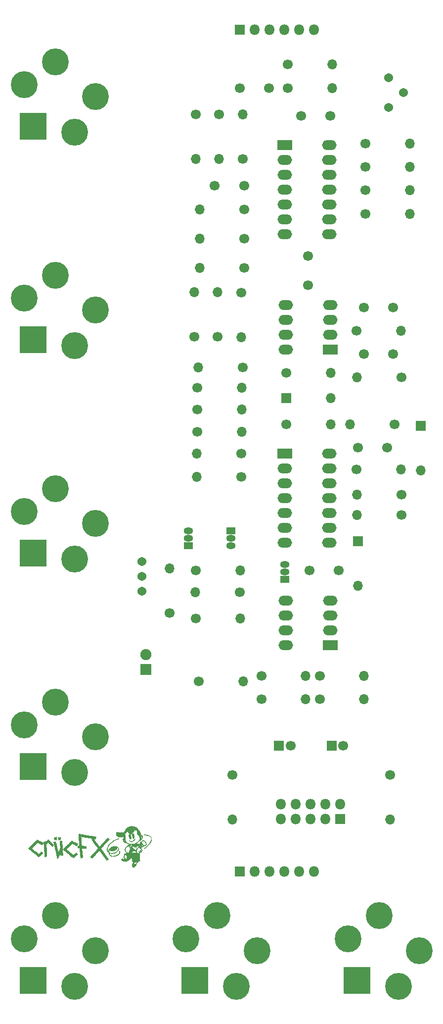
<source format=gbr>
%TF.GenerationSoftware,KiCad,Pcbnew,(5.1.6)-1*%
%TF.CreationDate,2020-06-22T20:03:53-05:00*%
%TF.ProjectId,NOISE_x_S_and_H,4e4f4953-455f-4785-9f53-5f616e645f48,rev?*%
%TF.SameCoordinates,Original*%
%TF.FileFunction,Soldermask,Top*%
%TF.FilePolarity,Negative*%
%FSLAX46Y46*%
G04 Gerber Fmt 4.6, Leading zero omitted, Abs format (unit mm)*
G04 Created by KiCad (PCBNEW (5.1.6)-1) date 2020-06-22 20:03:53*
%MOMM*%
%LPD*%
G01*
G04 APERTURE LIST*
%ADD10C,0.010000*%
%ADD11O,1.800000X1.800000*%
%ADD12R,1.800000X1.800000*%
%ADD13C,1.700000*%
%ADD14R,1.700000X1.700000*%
%ADD15O,1.700000X1.700000*%
%ADD16O,1.600000X1.150000*%
%ADD17R,1.600000X1.150000*%
%ADD18C,4.600000*%
%ADD19R,4.600000X4.600000*%
%ADD20C,1.540000*%
%ADD21R,1.900000X1.900000*%
%ADD22C,1.900000*%
%ADD23R,2.500000X1.700000*%
%ADD24O,2.500000X1.700000*%
G04 APERTURE END LIST*
D10*
%TO.C,G\u002A\u002A\u002A*%
G36*
X89433320Y-160175290D02*
G01*
X89469528Y-160230618D01*
X89504800Y-160317579D01*
X89537209Y-160425740D01*
X89564827Y-160544666D01*
X89585728Y-160663925D01*
X89597984Y-160773082D01*
X89599668Y-160861705D01*
X89588852Y-160919358D01*
X89573733Y-160935441D01*
X89482433Y-160960742D01*
X89423901Y-160964037D01*
X89383904Y-160942727D01*
X89348254Y-160894291D01*
X89306551Y-160804601D01*
X89272236Y-160691221D01*
X89246766Y-160566140D01*
X89231599Y-160441346D01*
X89228193Y-160328830D01*
X89238006Y-160240579D01*
X89262441Y-160188634D01*
X89326384Y-160154419D01*
X89394380Y-160153743D01*
X89433320Y-160175290D01*
G37*
X89433320Y-160175290D02*
X89469528Y-160230618D01*
X89504800Y-160317579D01*
X89537209Y-160425740D01*
X89564827Y-160544666D01*
X89585728Y-160663925D01*
X89597984Y-160773082D01*
X89599668Y-160861705D01*
X89588852Y-160919358D01*
X89573733Y-160935441D01*
X89482433Y-160960742D01*
X89423901Y-160964037D01*
X89383904Y-160942727D01*
X89348254Y-160894291D01*
X89306551Y-160804601D01*
X89272236Y-160691221D01*
X89246766Y-160566140D01*
X89231599Y-160441346D01*
X89228193Y-160328830D01*
X89238006Y-160240579D01*
X89262441Y-160188634D01*
X89326384Y-160154419D01*
X89394380Y-160153743D01*
X89433320Y-160175290D01*
G36*
X88848116Y-160275493D02*
G01*
X88900109Y-160321471D01*
X88941237Y-160404907D01*
X88977017Y-160512098D01*
X89005989Y-160632500D01*
X89026696Y-160755574D01*
X89037679Y-160870776D01*
X89037480Y-160967565D01*
X89024639Y-161035399D01*
X89002625Y-161062445D01*
X88904523Y-161080940D01*
X88825075Y-161057423D01*
X88776540Y-161002886D01*
X88729115Y-160888995D01*
X88693596Y-160760009D01*
X88671121Y-160627510D01*
X88662831Y-160503077D01*
X88669867Y-160398289D01*
X88693369Y-160324725D01*
X88707958Y-160306343D01*
X88778557Y-160268761D01*
X88848116Y-160275493D01*
G37*
X88848116Y-160275493D02*
X88900109Y-160321471D01*
X88941237Y-160404907D01*
X88977017Y-160512098D01*
X89005989Y-160632500D01*
X89026696Y-160755574D01*
X89037679Y-160870776D01*
X89037480Y-160967565D01*
X89024639Y-161035399D01*
X89002625Y-161062445D01*
X88904523Y-161080940D01*
X88825075Y-161057423D01*
X88776540Y-161002886D01*
X88729115Y-160888995D01*
X88693596Y-160760009D01*
X88671121Y-160627510D01*
X88662831Y-160503077D01*
X88669867Y-160398289D01*
X88693369Y-160324725D01*
X88707958Y-160306343D01*
X88778557Y-160268761D01*
X88848116Y-160275493D01*
G36*
X89699813Y-161107243D02*
G01*
X89676190Y-161158429D01*
X89633672Y-161219749D01*
X89566157Y-161298655D01*
X89486298Y-161382196D01*
X89406750Y-161457419D01*
X89340166Y-161511373D01*
X89317775Y-161525278D01*
X89215056Y-161554868D01*
X89091413Y-161555763D01*
X88967446Y-161528617D01*
X88928428Y-161512906D01*
X88874073Y-161481890D01*
X88814501Y-161439408D01*
X88760391Y-161394591D01*
X88722423Y-161356568D01*
X88711276Y-161334469D01*
X88716978Y-161332132D01*
X88744391Y-161343092D01*
X88804820Y-161372130D01*
X88886365Y-161413484D01*
X88905745Y-161423552D01*
X89008086Y-161473143D01*
X89083528Y-161498735D01*
X89147343Y-161504749D01*
X89177278Y-161502120D01*
X89285483Y-161467347D01*
X89397759Y-161389881D01*
X89517636Y-161267020D01*
X89572266Y-161199730D01*
X89634276Y-161126183D01*
X89678929Y-161085170D01*
X89702137Y-161078315D01*
X89699813Y-161107243D01*
G37*
X89699813Y-161107243D02*
X89676190Y-161158429D01*
X89633672Y-161219749D01*
X89566157Y-161298655D01*
X89486298Y-161382196D01*
X89406750Y-161457419D01*
X89340166Y-161511373D01*
X89317775Y-161525278D01*
X89215056Y-161554868D01*
X89091413Y-161555763D01*
X88967446Y-161528617D01*
X88928428Y-161512906D01*
X88874073Y-161481890D01*
X88814501Y-161439408D01*
X88760391Y-161394591D01*
X88722423Y-161356568D01*
X88711276Y-161334469D01*
X88716978Y-161332132D01*
X88744391Y-161343092D01*
X88804820Y-161372130D01*
X88886365Y-161413484D01*
X88905745Y-161423552D01*
X89008086Y-161473143D01*
X89083528Y-161498735D01*
X89147343Y-161504749D01*
X89177278Y-161502120D01*
X89285483Y-161467347D01*
X89397759Y-161389881D01*
X89517636Y-161267020D01*
X89572266Y-161199730D01*
X89634276Y-161126183D01*
X89678929Y-161085170D01*
X89702137Y-161078315D01*
X89699813Y-161107243D01*
G36*
X91484853Y-160351821D02*
G01*
X91487835Y-160352079D01*
X91622655Y-160370440D01*
X91766011Y-160401133D01*
X91909259Y-160440984D01*
X92043760Y-160486818D01*
X92160871Y-160535463D01*
X92251950Y-160583743D01*
X92308355Y-160628485D01*
X92322722Y-160658724D01*
X92319278Y-160690793D01*
X92316366Y-160693767D01*
X92292770Y-160680644D01*
X92238256Y-160649498D01*
X92182883Y-160617605D01*
X91978260Y-160523315D01*
X91732268Y-160452089D01*
X91507034Y-160412425D01*
X91386138Y-160392975D01*
X91311191Y-160374339D01*
X91282890Y-160358711D01*
X91301935Y-160348285D01*
X91369023Y-160345257D01*
X91484853Y-160351821D01*
G37*
X91484853Y-160351821D02*
X91487835Y-160352079D01*
X91622655Y-160370440D01*
X91766011Y-160401133D01*
X91909259Y-160440984D01*
X92043760Y-160486818D01*
X92160871Y-160535463D01*
X92251950Y-160583743D01*
X92308355Y-160628485D01*
X92322722Y-160658724D01*
X92319278Y-160690793D01*
X92316366Y-160693767D01*
X92292770Y-160680644D01*
X92238256Y-160649498D01*
X92182883Y-160617605D01*
X91978260Y-160523315D01*
X91732268Y-160452089D01*
X91507034Y-160412425D01*
X91386138Y-160392975D01*
X91311191Y-160374339D01*
X91282890Y-160358711D01*
X91301935Y-160348285D01*
X91369023Y-160345257D01*
X91484853Y-160351821D01*
G36*
X92446903Y-160768921D02*
G01*
X92473097Y-160819776D01*
X92491735Y-160879112D01*
X92494632Y-160926130D01*
X92493375Y-160930389D01*
X92477206Y-160931284D01*
X92451154Y-160892682D01*
X92439975Y-160868935D01*
X92410526Y-160797828D01*
X92400989Y-160761457D01*
X92409636Y-160748540D01*
X92421339Y-160747347D01*
X92446903Y-160768921D01*
G37*
X92446903Y-160768921D02*
X92473097Y-160819776D01*
X92491735Y-160879112D01*
X92494632Y-160926130D01*
X92493375Y-160930389D01*
X92477206Y-160931284D01*
X92451154Y-160892682D01*
X92439975Y-160868935D01*
X92410526Y-160797828D01*
X92400989Y-160761457D01*
X92409636Y-160748540D01*
X92421339Y-160747347D01*
X92446903Y-160768921D01*
G36*
X76639343Y-160829032D02*
G01*
X76733175Y-160833845D01*
X76773270Y-160836911D01*
X76878471Y-160846483D01*
X76942903Y-160856147D01*
X76976524Y-160869536D01*
X76989293Y-160890285D01*
X76991191Y-160916436D01*
X76971283Y-161033507D01*
X76917388Y-161132129D01*
X76838252Y-161203603D01*
X76742618Y-161239230D01*
X76668219Y-161237756D01*
X76618467Y-161212009D01*
X76600108Y-161184325D01*
X76577204Y-161093668D01*
X76557580Y-160999280D01*
X76543612Y-160915102D01*
X76537675Y-160855072D01*
X76540360Y-160833747D01*
X76570864Y-160828942D01*
X76639343Y-160829032D01*
G37*
X76639343Y-160829032D02*
X76733175Y-160833845D01*
X76773270Y-160836911D01*
X76878471Y-160846483D01*
X76942903Y-160856147D01*
X76976524Y-160869536D01*
X76989293Y-160890285D01*
X76991191Y-160916436D01*
X76971283Y-161033507D01*
X76917388Y-161132129D01*
X76838252Y-161203603D01*
X76742618Y-161239230D01*
X76668219Y-161237756D01*
X76618467Y-161212009D01*
X76600108Y-161184325D01*
X76577204Y-161093668D01*
X76557580Y-160999280D01*
X76543612Y-160915102D01*
X76537675Y-160855072D01*
X76540360Y-160833747D01*
X76570864Y-160828942D01*
X76639343Y-160829032D01*
G36*
X76237521Y-160786793D02*
G01*
X76247968Y-160833410D01*
X76253007Y-160919451D01*
X76253853Y-161000101D01*
X76251862Y-161101924D01*
X76246535Y-161182462D01*
X76238839Y-161229692D01*
X76234784Y-161236915D01*
X76199665Y-161239394D01*
X76135077Y-161234064D01*
X76110956Y-161230788D01*
X75987463Y-161195334D01*
X75894668Y-161133456D01*
X75844758Y-161059145D01*
X75832211Y-161014314D01*
X76025025Y-161014314D01*
X76037737Y-161027027D01*
X76050450Y-161014314D01*
X76037737Y-161001601D01*
X76025025Y-161014314D01*
X75832211Y-161014314D01*
X75824057Y-160985180D01*
X75832130Y-160931372D01*
X75875167Y-160889266D01*
X75959360Y-160850408D01*
X76010908Y-160832204D01*
X76101968Y-160803006D01*
X76176319Y-160781800D01*
X76218971Y-160772834D01*
X76220668Y-160772773D01*
X76237521Y-160786793D01*
G37*
X76237521Y-160786793D02*
X76247968Y-160833410D01*
X76253007Y-160919451D01*
X76253853Y-161000101D01*
X76251862Y-161101924D01*
X76246535Y-161182462D01*
X76238839Y-161229692D01*
X76234784Y-161236915D01*
X76199665Y-161239394D01*
X76135077Y-161234064D01*
X76110956Y-161230788D01*
X75987463Y-161195334D01*
X75894668Y-161133456D01*
X75844758Y-161059145D01*
X75832211Y-161014314D01*
X76025025Y-161014314D01*
X76037737Y-161027027D01*
X76050450Y-161014314D01*
X76037737Y-161001601D01*
X76025025Y-161014314D01*
X75832211Y-161014314D01*
X75824057Y-160985180D01*
X75832130Y-160931372D01*
X75875167Y-160889266D01*
X75959360Y-160850408D01*
X76010908Y-160832204D01*
X76101968Y-160803006D01*
X76176319Y-160781800D01*
X76218971Y-160772834D01*
X76220668Y-160772773D01*
X76237521Y-160786793D01*
G36*
X90989084Y-161760111D02*
G01*
X90927264Y-161824272D01*
X90892396Y-161856521D01*
X90877080Y-161862440D01*
X90873918Y-161847611D01*
X90873931Y-161846997D01*
X90892412Y-161821693D01*
X90939460Y-161776913D01*
X90981989Y-161741042D01*
X91089589Y-161654157D01*
X90989084Y-161760111D01*
G37*
X90989084Y-161760111D02*
X90927264Y-161824272D01*
X90892396Y-161856521D01*
X90877080Y-161862440D01*
X90873918Y-161847611D01*
X90873931Y-161846997D01*
X90892412Y-161821693D01*
X90939460Y-161776913D01*
X90981989Y-161741042D01*
X91089589Y-161654157D01*
X90989084Y-161760111D01*
G36*
X92547163Y-161150268D02*
G01*
X92541829Y-161217134D01*
X92507019Y-161359719D01*
X92439507Y-161523094D01*
X92345143Y-161694886D01*
X92248035Y-161838497D01*
X92167292Y-161939133D01*
X92066406Y-162052191D01*
X91951733Y-162171813D01*
X91829627Y-162292147D01*
X91706442Y-162407337D01*
X91588532Y-162511528D01*
X91482252Y-162598866D01*
X91393956Y-162663497D01*
X91329998Y-162699564D01*
X91307481Y-162705105D01*
X91281285Y-162698044D01*
X91280280Y-162695447D01*
X91299031Y-162676618D01*
X91348452Y-162635984D01*
X91418298Y-162581933D01*
X91426476Y-162575763D01*
X91533773Y-162488747D01*
X91660145Y-162376446D01*
X91795099Y-162249158D01*
X91928142Y-162117183D01*
X92048782Y-161990818D01*
X92146524Y-161880362D01*
X92188250Y-161828097D01*
X92311291Y-161644958D01*
X92408030Y-161460793D01*
X92471298Y-161289550D01*
X92477637Y-161265106D01*
X92503272Y-161175592D01*
X92525573Y-161124994D01*
X92541286Y-161115743D01*
X92547163Y-161150268D01*
G37*
X92547163Y-161150268D02*
X92541829Y-161217134D01*
X92507019Y-161359719D01*
X92439507Y-161523094D01*
X92345143Y-161694886D01*
X92248035Y-161838497D01*
X92167292Y-161939133D01*
X92066406Y-162052191D01*
X91951733Y-162171813D01*
X91829627Y-162292147D01*
X91706442Y-162407337D01*
X91588532Y-162511528D01*
X91482252Y-162598866D01*
X91393956Y-162663497D01*
X91329998Y-162699564D01*
X91307481Y-162705105D01*
X91281285Y-162698044D01*
X91280280Y-162695447D01*
X91299031Y-162676618D01*
X91348452Y-162635984D01*
X91418298Y-162581933D01*
X91426476Y-162575763D01*
X91533773Y-162488747D01*
X91660145Y-162376446D01*
X91795099Y-162249158D01*
X91928142Y-162117183D01*
X92048782Y-161990818D01*
X92146524Y-161880362D01*
X92188250Y-161828097D01*
X92311291Y-161644958D01*
X92408030Y-161460793D01*
X92471298Y-161289550D01*
X92477637Y-161265106D01*
X92503272Y-161175592D01*
X92525573Y-161124994D01*
X92541286Y-161115743D01*
X92547163Y-161150268D01*
G36*
X86916636Y-161026385D02*
G01*
X86922140Y-161053195D01*
X86905002Y-161063382D01*
X86538380Y-161207346D01*
X86204594Y-161370560D01*
X85905969Y-161550910D01*
X85644827Y-161746283D01*
X85423491Y-161954566D01*
X85244284Y-162173645D01*
X85109529Y-162401408D01*
X85021550Y-162635740D01*
X84988534Y-162806807D01*
X84984857Y-162946494D01*
X85001693Y-163091344D01*
X85035888Y-163214978D01*
X85037930Y-163219970D01*
X85043585Y-163257067D01*
X85024329Y-163262573D01*
X84993040Y-163238921D01*
X84971452Y-163207405D01*
X84945655Y-163126417D01*
X84931446Y-163011689D01*
X84929136Y-162879066D01*
X84939034Y-162744392D01*
X84960148Y-162628508D01*
X85039858Y-162410369D01*
X85165792Y-162190272D01*
X85333793Y-161973151D01*
X85539702Y-161763943D01*
X85779364Y-161567581D01*
X85956510Y-161445816D01*
X86077753Y-161372876D01*
X86213502Y-161298846D01*
X86356010Y-161227110D01*
X86497535Y-161161050D01*
X86630330Y-161104051D01*
X86746650Y-161059496D01*
X86838752Y-161030767D01*
X86898891Y-161021248D01*
X86916636Y-161026385D01*
G37*
X86916636Y-161026385D02*
X86922140Y-161053195D01*
X86905002Y-161063382D01*
X86538380Y-161207346D01*
X86204594Y-161370560D01*
X85905969Y-161550910D01*
X85644827Y-161746283D01*
X85423491Y-161954566D01*
X85244284Y-162173645D01*
X85109529Y-162401408D01*
X85021550Y-162635740D01*
X84988534Y-162806807D01*
X84984857Y-162946494D01*
X85001693Y-163091344D01*
X85035888Y-163214978D01*
X85037930Y-163219970D01*
X85043585Y-163257067D01*
X85024329Y-163262573D01*
X84993040Y-163238921D01*
X84971452Y-163207405D01*
X84945655Y-163126417D01*
X84931446Y-163011689D01*
X84929136Y-162879066D01*
X84939034Y-162744392D01*
X84960148Y-162628508D01*
X85039858Y-162410369D01*
X85165792Y-162190272D01*
X85333793Y-161973151D01*
X85539702Y-161763943D01*
X85779364Y-161567581D01*
X85956510Y-161445816D01*
X86077753Y-161372876D01*
X86213502Y-161298846D01*
X86356010Y-161227110D01*
X86497535Y-161161050D01*
X86630330Y-161104051D01*
X86746650Y-161059496D01*
X86838752Y-161030767D01*
X86898891Y-161021248D01*
X86916636Y-161026385D01*
G36*
X86395071Y-162341428D02*
G01*
X86577435Y-162397412D01*
X86734108Y-162495769D01*
X86791036Y-162548951D01*
X86850630Y-162617244D01*
X86882510Y-162677567D01*
X86897179Y-162753903D01*
X86900971Y-162799979D01*
X86903193Y-162893076D01*
X86890304Y-162961600D01*
X86856016Y-163031059D01*
X86836121Y-163062918D01*
X86711423Y-163213573D01*
X86549237Y-163343984D01*
X86359624Y-163450657D01*
X86152646Y-163530100D01*
X85938362Y-163578820D01*
X85726835Y-163593323D01*
X85528125Y-163570116D01*
X85444510Y-163546068D01*
X85305305Y-163497142D01*
X85305305Y-163569839D01*
X85328254Y-163704641D01*
X85393973Y-163818874D01*
X85497773Y-163910224D01*
X85634964Y-163976379D01*
X85800856Y-164015025D01*
X85990759Y-164023848D01*
X86184255Y-164003359D01*
X86338351Y-163962267D01*
X86506490Y-163894044D01*
X86671701Y-163807390D01*
X86817015Y-163711004D01*
X86907851Y-163632414D01*
X86968445Y-163568346D01*
X87002440Y-163518988D01*
X87017507Y-163464996D01*
X87021318Y-163387025D01*
X87021409Y-163346053D01*
X87018021Y-163250980D01*
X87009288Y-163171244D01*
X86998289Y-163127511D01*
X86987901Y-163092523D01*
X87010445Y-163090979D01*
X87011113Y-163091195D01*
X87039926Y-163120744D01*
X87070987Y-163181790D01*
X87082684Y-163214006D01*
X87101151Y-163351420D01*
X87073300Y-163492281D01*
X87002908Y-163622963D01*
X86932829Y-163695739D01*
X86827996Y-163777564D01*
X86701395Y-163859974D01*
X86566014Y-163934507D01*
X86436736Y-163991976D01*
X86333144Y-164026947D01*
X86232391Y-164049298D01*
X86115592Y-164062265D01*
X85991791Y-164068259D01*
X85873549Y-164069901D01*
X85768515Y-164067484D01*
X85690781Y-164061535D01*
X85661096Y-164055873D01*
X85496983Y-163981464D01*
X85373347Y-163880638D01*
X85292371Y-163756019D01*
X85256239Y-163610232D01*
X85254454Y-163566885D01*
X85233089Y-163453285D01*
X85199253Y-163391145D01*
X85154061Y-163289279D01*
X85149490Y-163212515D01*
X85211359Y-163212515D01*
X85243994Y-163324103D01*
X85322092Y-163413559D01*
X85446086Y-163481906D01*
X85530285Y-163509845D01*
X85640512Y-163527180D01*
X85780618Y-163530181D01*
X85931900Y-163519534D01*
X86075654Y-163495923D01*
X86105533Y-163488770D01*
X86271165Y-163431551D01*
X86433554Y-163348998D01*
X86581567Y-163248878D01*
X86704073Y-163138954D01*
X86789940Y-163026994D01*
X86803170Y-163002115D01*
X86849737Y-162875149D01*
X86853348Y-162766973D01*
X86812830Y-162667398D01*
X86756491Y-162596182D01*
X86656725Y-162489229D01*
X86624922Y-162615532D01*
X86569303Y-162741705D01*
X86470785Y-162864015D01*
X86337145Y-162974371D01*
X86207583Y-163049883D01*
X86065529Y-163102327D01*
X85907786Y-163132389D01*
X85749963Y-163139182D01*
X85607667Y-163121821D01*
X85514110Y-163089242D01*
X85436051Y-163044585D01*
X85391517Y-163000098D01*
X85366548Y-162937757D01*
X85355087Y-162883946D01*
X85338383Y-162794094D01*
X85280752Y-162918854D01*
X85223755Y-163077773D01*
X85211359Y-163212515D01*
X85149490Y-163212515D01*
X85146668Y-163165127D01*
X85174641Y-163027503D01*
X85235547Y-162885220D01*
X85326953Y-162747092D01*
X85387097Y-162679679D01*
X85762963Y-162679679D01*
X85783447Y-162702484D01*
X85799600Y-162705105D01*
X85842888Y-162689609D01*
X85851952Y-162679679D01*
X85844167Y-162659667D01*
X85815314Y-162654254D01*
X85773191Y-162664627D01*
X85762963Y-162679679D01*
X85387097Y-162679679D01*
X85399514Y-162665762D01*
X85470708Y-162607484D01*
X85737537Y-162607484D01*
X85754386Y-162628370D01*
X85794356Y-162620700D01*
X85841581Y-162588565D01*
X85851952Y-162577978D01*
X85880408Y-162541229D01*
X85882514Y-162527127D01*
X85841321Y-162538340D01*
X85789443Y-162564039D01*
X85748365Y-162592315D01*
X85737537Y-162607484D01*
X85470708Y-162607484D01*
X85581106Y-162517115D01*
X85786770Y-162411892D01*
X85963569Y-162358941D01*
X86189591Y-162328407D01*
X86395071Y-162341428D01*
G37*
X86395071Y-162341428D02*
X86577435Y-162397412D01*
X86734108Y-162495769D01*
X86791036Y-162548951D01*
X86850630Y-162617244D01*
X86882510Y-162677567D01*
X86897179Y-162753903D01*
X86900971Y-162799979D01*
X86903193Y-162893076D01*
X86890304Y-162961600D01*
X86856016Y-163031059D01*
X86836121Y-163062918D01*
X86711423Y-163213573D01*
X86549237Y-163343984D01*
X86359624Y-163450657D01*
X86152646Y-163530100D01*
X85938362Y-163578820D01*
X85726835Y-163593323D01*
X85528125Y-163570116D01*
X85444510Y-163546068D01*
X85305305Y-163497142D01*
X85305305Y-163569839D01*
X85328254Y-163704641D01*
X85393973Y-163818874D01*
X85497773Y-163910224D01*
X85634964Y-163976379D01*
X85800856Y-164015025D01*
X85990759Y-164023848D01*
X86184255Y-164003359D01*
X86338351Y-163962267D01*
X86506490Y-163894044D01*
X86671701Y-163807390D01*
X86817015Y-163711004D01*
X86907851Y-163632414D01*
X86968445Y-163568346D01*
X87002440Y-163518988D01*
X87017507Y-163464996D01*
X87021318Y-163387025D01*
X87021409Y-163346053D01*
X87018021Y-163250980D01*
X87009288Y-163171244D01*
X86998289Y-163127511D01*
X86987901Y-163092523D01*
X87010445Y-163090979D01*
X87011113Y-163091195D01*
X87039926Y-163120744D01*
X87070987Y-163181790D01*
X87082684Y-163214006D01*
X87101151Y-163351420D01*
X87073300Y-163492281D01*
X87002908Y-163622963D01*
X86932829Y-163695739D01*
X86827996Y-163777564D01*
X86701395Y-163859974D01*
X86566014Y-163934507D01*
X86436736Y-163991976D01*
X86333144Y-164026947D01*
X86232391Y-164049298D01*
X86115592Y-164062265D01*
X85991791Y-164068259D01*
X85873549Y-164069901D01*
X85768515Y-164067484D01*
X85690781Y-164061535D01*
X85661096Y-164055873D01*
X85496983Y-163981464D01*
X85373347Y-163880638D01*
X85292371Y-163756019D01*
X85256239Y-163610232D01*
X85254454Y-163566885D01*
X85233089Y-163453285D01*
X85199253Y-163391145D01*
X85154061Y-163289279D01*
X85149490Y-163212515D01*
X85211359Y-163212515D01*
X85243994Y-163324103D01*
X85322092Y-163413559D01*
X85446086Y-163481906D01*
X85530285Y-163509845D01*
X85640512Y-163527180D01*
X85780618Y-163530181D01*
X85931900Y-163519534D01*
X86075654Y-163495923D01*
X86105533Y-163488770D01*
X86271165Y-163431551D01*
X86433554Y-163348998D01*
X86581567Y-163248878D01*
X86704073Y-163138954D01*
X86789940Y-163026994D01*
X86803170Y-163002115D01*
X86849737Y-162875149D01*
X86853348Y-162766973D01*
X86812830Y-162667398D01*
X86756491Y-162596182D01*
X86656725Y-162489229D01*
X86624922Y-162615532D01*
X86569303Y-162741705D01*
X86470785Y-162864015D01*
X86337145Y-162974371D01*
X86207583Y-163049883D01*
X86065529Y-163102327D01*
X85907786Y-163132389D01*
X85749963Y-163139182D01*
X85607667Y-163121821D01*
X85514110Y-163089242D01*
X85436051Y-163044585D01*
X85391517Y-163000098D01*
X85366548Y-162937757D01*
X85355087Y-162883946D01*
X85338383Y-162794094D01*
X85280752Y-162918854D01*
X85223755Y-163077773D01*
X85211359Y-163212515D01*
X85149490Y-163212515D01*
X85146668Y-163165127D01*
X85174641Y-163027503D01*
X85235547Y-162885220D01*
X85326953Y-162747092D01*
X85387097Y-162679679D01*
X85762963Y-162679679D01*
X85783447Y-162702484D01*
X85799600Y-162705105D01*
X85842888Y-162689609D01*
X85851952Y-162679679D01*
X85844167Y-162659667D01*
X85815314Y-162654254D01*
X85773191Y-162664627D01*
X85762963Y-162679679D01*
X85387097Y-162679679D01*
X85399514Y-162665762D01*
X85470708Y-162607484D01*
X85737537Y-162607484D01*
X85754386Y-162628370D01*
X85794356Y-162620700D01*
X85841581Y-162588565D01*
X85851952Y-162577978D01*
X85880408Y-162541229D01*
X85882514Y-162527127D01*
X85841321Y-162538340D01*
X85789443Y-162564039D01*
X85748365Y-162592315D01*
X85737537Y-162607484D01*
X85470708Y-162607484D01*
X85581106Y-162517115D01*
X85786770Y-162411892D01*
X85963569Y-162358941D01*
X86189591Y-162328407D01*
X86395071Y-162341428D01*
G36*
X74860135Y-161230653D02*
G01*
X74917328Y-161280248D01*
X74997854Y-161353266D01*
X75095640Y-161443905D01*
X75204617Y-161546362D01*
X75318712Y-161654836D01*
X75431854Y-161763525D01*
X75537972Y-161866627D01*
X75630994Y-161958339D01*
X75704848Y-162032860D01*
X75753463Y-162084387D01*
X75770770Y-162107054D01*
X75753803Y-162138392D01*
X75709621Y-162191924D01*
X75656424Y-162247380D01*
X75542078Y-162359602D01*
X75433952Y-162259413D01*
X75372706Y-162201823D01*
X75286653Y-162119803D01*
X75187375Y-162024436D01*
X75089753Y-161930012D01*
X74853681Y-161700801D01*
X74675154Y-161883599D01*
X74496626Y-162066397D01*
X74510708Y-162214129D01*
X74516320Y-162285321D01*
X74523318Y-162393390D01*
X74531379Y-162531459D01*
X74540178Y-162692649D01*
X74549389Y-162870080D01*
X74558689Y-163056873D01*
X74567753Y-163246150D01*
X74576256Y-163431032D01*
X74583874Y-163604640D01*
X74590281Y-163760094D01*
X74595154Y-163890517D01*
X74598167Y-163989028D01*
X74598997Y-164048750D01*
X74598008Y-164063932D01*
X74569805Y-164071003D01*
X74504974Y-164080788D01*
X74417508Y-164091177D01*
X74416866Y-164091245D01*
X74317466Y-164098819D01*
X74262130Y-164095176D01*
X74245245Y-164080259D01*
X74243572Y-164044646D01*
X74238831Y-163964538D01*
X74231439Y-163846171D01*
X74221814Y-163695781D01*
X74210371Y-163519603D01*
X74197527Y-163323875D01*
X74183700Y-163114831D01*
X74169307Y-162898709D01*
X74154764Y-162681744D01*
X74140488Y-162470171D01*
X74126897Y-162270228D01*
X74114406Y-162088151D01*
X74103433Y-161930174D01*
X74094395Y-161802535D01*
X74087709Y-161711470D01*
X74083791Y-161663214D01*
X74083427Y-161659690D01*
X74073013Y-161567729D01*
X74254226Y-161550887D01*
X74364461Y-161544379D01*
X74427386Y-161549958D01*
X74444766Y-161562026D01*
X74464445Y-161556325D01*
X74510363Y-161519030D01*
X74575111Y-161456675D01*
X74632466Y-161396427D01*
X74708371Y-161316838D01*
X74772621Y-161254636D01*
X74817093Y-161217387D01*
X74832347Y-161210282D01*
X74860135Y-161230653D01*
G37*
X74860135Y-161230653D02*
X74917328Y-161280248D01*
X74997854Y-161353266D01*
X75095640Y-161443905D01*
X75204617Y-161546362D01*
X75318712Y-161654836D01*
X75431854Y-161763525D01*
X75537972Y-161866627D01*
X75630994Y-161958339D01*
X75704848Y-162032860D01*
X75753463Y-162084387D01*
X75770770Y-162107054D01*
X75753803Y-162138392D01*
X75709621Y-162191924D01*
X75656424Y-162247380D01*
X75542078Y-162359602D01*
X75433952Y-162259413D01*
X75372706Y-162201823D01*
X75286653Y-162119803D01*
X75187375Y-162024436D01*
X75089753Y-161930012D01*
X74853681Y-161700801D01*
X74675154Y-161883599D01*
X74496626Y-162066397D01*
X74510708Y-162214129D01*
X74516320Y-162285321D01*
X74523318Y-162393390D01*
X74531379Y-162531459D01*
X74540178Y-162692649D01*
X74549389Y-162870080D01*
X74558689Y-163056873D01*
X74567753Y-163246150D01*
X74576256Y-163431032D01*
X74583874Y-163604640D01*
X74590281Y-163760094D01*
X74595154Y-163890517D01*
X74598167Y-163989028D01*
X74598997Y-164048750D01*
X74598008Y-164063932D01*
X74569805Y-164071003D01*
X74504974Y-164080788D01*
X74417508Y-164091177D01*
X74416866Y-164091245D01*
X74317466Y-164098819D01*
X74262130Y-164095176D01*
X74245245Y-164080259D01*
X74243572Y-164044646D01*
X74238831Y-163964538D01*
X74231439Y-163846171D01*
X74221814Y-163695781D01*
X74210371Y-163519603D01*
X74197527Y-163323875D01*
X74183700Y-163114831D01*
X74169307Y-162898709D01*
X74154764Y-162681744D01*
X74140488Y-162470171D01*
X74126897Y-162270228D01*
X74114406Y-162088151D01*
X74103433Y-161930174D01*
X74094395Y-161802535D01*
X74087709Y-161711470D01*
X74083791Y-161663214D01*
X74083427Y-161659690D01*
X74073013Y-161567729D01*
X74254226Y-161550887D01*
X74364461Y-161544379D01*
X74427386Y-161549958D01*
X74444766Y-161562026D01*
X74464445Y-161556325D01*
X74510363Y-161519030D01*
X74575111Y-161456675D01*
X74632466Y-161396427D01*
X74708371Y-161316838D01*
X74772621Y-161254636D01*
X74817093Y-161217387D01*
X74832347Y-161210282D01*
X74860135Y-161230653D01*
G36*
X72992300Y-161250436D02*
G01*
X73058833Y-161286162D01*
X73155928Y-161339741D01*
X73276824Y-161407430D01*
X73414760Y-161485484D01*
X73476600Y-161520714D01*
X73962852Y-161798286D01*
X73881576Y-161946288D01*
X73837129Y-162021487D01*
X73799563Y-162074870D01*
X73777534Y-162094593D01*
X73749204Y-162082719D01*
X73685594Y-162050102D01*
X73595387Y-162001558D01*
X73487264Y-161941902D01*
X73369905Y-161875953D01*
X73251993Y-161808524D01*
X73142208Y-161744435D01*
X73087095Y-161711545D01*
X73009526Y-161664774D01*
X72507205Y-162167565D01*
X72004885Y-162670357D01*
X72583332Y-163164458D01*
X72729524Y-163289038D01*
X72863515Y-163402656D01*
X72980359Y-163501164D01*
X73075109Y-163580409D01*
X73142816Y-163636242D01*
X73178533Y-163664513D01*
X73182489Y-163667100D01*
X73209005Y-163655307D01*
X73266736Y-163616974D01*
X73347593Y-163557829D01*
X73443492Y-163483601D01*
X73459689Y-163470710D01*
X73716179Y-163265778D01*
X73830831Y-163406527D01*
X73885682Y-163476159D01*
X73923467Y-163528600D01*
X73936781Y-163553503D01*
X73936456Y-163554101D01*
X73906455Y-163577584D01*
X73845333Y-163625971D01*
X73761346Y-163692683D01*
X73662751Y-163771137D01*
X73557806Y-163854752D01*
X73454766Y-163936949D01*
X73361890Y-164011144D01*
X73287434Y-164070758D01*
X73239656Y-164109209D01*
X73227313Y-164119313D01*
X73213497Y-164123606D01*
X73190457Y-164117284D01*
X73154855Y-164097752D01*
X73103357Y-164062415D01*
X73032628Y-164008679D01*
X72939331Y-163933947D01*
X72820130Y-163835626D01*
X72671692Y-163711119D01*
X72490679Y-163557833D01*
X72331500Y-163422389D01*
X71474739Y-162692392D01*
X72205287Y-161960933D01*
X72364249Y-161802586D01*
X72512615Y-161656354D01*
X72646452Y-161525999D01*
X72761830Y-161415278D01*
X72854817Y-161327952D01*
X72921483Y-161267779D01*
X72957894Y-161238519D01*
X72963092Y-161236309D01*
X72992300Y-161250436D01*
G37*
X72992300Y-161250436D02*
X73058833Y-161286162D01*
X73155928Y-161339741D01*
X73276824Y-161407430D01*
X73414760Y-161485484D01*
X73476600Y-161520714D01*
X73962852Y-161798286D01*
X73881576Y-161946288D01*
X73837129Y-162021487D01*
X73799563Y-162074870D01*
X73777534Y-162094593D01*
X73749204Y-162082719D01*
X73685594Y-162050102D01*
X73595387Y-162001558D01*
X73487264Y-161941902D01*
X73369905Y-161875953D01*
X73251993Y-161808524D01*
X73142208Y-161744435D01*
X73087095Y-161711545D01*
X73009526Y-161664774D01*
X72507205Y-162167565D01*
X72004885Y-162670357D01*
X72583332Y-163164458D01*
X72729524Y-163289038D01*
X72863515Y-163402656D01*
X72980359Y-163501164D01*
X73075109Y-163580409D01*
X73142816Y-163636242D01*
X73178533Y-163664513D01*
X73182489Y-163667100D01*
X73209005Y-163655307D01*
X73266736Y-163616974D01*
X73347593Y-163557829D01*
X73443492Y-163483601D01*
X73459689Y-163470710D01*
X73716179Y-163265778D01*
X73830831Y-163406527D01*
X73885682Y-163476159D01*
X73923467Y-163528600D01*
X73936781Y-163553503D01*
X73936456Y-163554101D01*
X73906455Y-163577584D01*
X73845333Y-163625971D01*
X73761346Y-163692683D01*
X73662751Y-163771137D01*
X73557806Y-163854752D01*
X73454766Y-163936949D01*
X73361890Y-164011144D01*
X73287434Y-164070758D01*
X73239656Y-164109209D01*
X73227313Y-164119313D01*
X73213497Y-164123606D01*
X73190457Y-164117284D01*
X73154855Y-164097752D01*
X73103357Y-164062415D01*
X73032628Y-164008679D01*
X72939331Y-163933947D01*
X72820130Y-163835626D01*
X72671692Y-163711119D01*
X72490679Y-163557833D01*
X72331500Y-163422389D01*
X71474739Y-162692392D01*
X72205287Y-161960933D01*
X72364249Y-161802586D01*
X72512615Y-161656354D01*
X72646452Y-161525999D01*
X72761830Y-161415278D01*
X72854817Y-161327952D01*
X72921483Y-161267779D01*
X72957894Y-161238519D01*
X72963092Y-161236309D01*
X72992300Y-161250436D01*
G36*
X78905924Y-161420494D02*
G01*
X78970104Y-161454351D01*
X79065263Y-161506383D01*
X79184855Y-161572990D01*
X79322333Y-161650575D01*
X79393354Y-161691001D01*
X79888455Y-161973593D01*
X79806440Y-162122931D01*
X79762243Y-162198445D01*
X79725554Y-162252248D01*
X79704514Y-162272571D01*
X79676922Y-162260579D01*
X79613027Y-162227171D01*
X79520471Y-162176516D01*
X79406898Y-162112781D01*
X79310420Y-162057693D01*
X78936236Y-161842513D01*
X78434419Y-162343156D01*
X78280225Y-162497952D01*
X78160020Y-162621015D01*
X78070900Y-162715612D01*
X78009963Y-162785010D01*
X77974309Y-162832474D01*
X77961033Y-162861271D01*
X77964048Y-162872612D01*
X77994137Y-162898856D01*
X78056727Y-162952520D01*
X78145490Y-163028239D01*
X78254097Y-163120647D01*
X78376218Y-163224381D01*
X78505526Y-163334074D01*
X78635690Y-163444363D01*
X78760382Y-163549882D01*
X78873273Y-163645266D01*
X78968034Y-163725150D01*
X79038335Y-163784169D01*
X79077849Y-163816959D01*
X79082225Y-163820469D01*
X79104955Y-163832020D01*
X79133679Y-163828968D01*
X79176024Y-163807063D01*
X79239621Y-163762055D01*
X79332098Y-163689694D01*
X79366543Y-163662073D01*
X79461419Y-163586745D01*
X79542796Y-163523969D01*
X79602071Y-163480255D01*
X79630642Y-163462115D01*
X79630747Y-163462084D01*
X79654974Y-163476612D01*
X79698401Y-163518746D01*
X79750905Y-163576630D01*
X79802362Y-163638413D01*
X79842647Y-163692238D01*
X79861637Y-163726254D01*
X79860990Y-163731669D01*
X79829823Y-163756148D01*
X79767859Y-163805243D01*
X79683338Y-163872390D01*
X79584498Y-163951025D01*
X79479578Y-164034585D01*
X79376817Y-164116507D01*
X79284454Y-164190227D01*
X79210727Y-164249182D01*
X79163876Y-164286808D01*
X79152352Y-164296198D01*
X79138196Y-164299794D01*
X79113758Y-164291923D01*
X79075763Y-164270019D01*
X79020931Y-164231522D01*
X78945988Y-164173867D01*
X78847654Y-164094492D01*
X78722654Y-163990833D01*
X78567710Y-163860327D01*
X78379545Y-163700411D01*
X78258289Y-163596928D01*
X77402365Y-162865676D01*
X78131324Y-162137042D01*
X78289962Y-161978928D01*
X78437627Y-161832621D01*
X78570423Y-161701919D01*
X78684453Y-161590617D01*
X78775820Y-161502510D01*
X78840628Y-161441396D01*
X78874980Y-161411071D01*
X78879268Y-161408408D01*
X78905924Y-161420494D01*
G37*
X78905924Y-161420494D02*
X78970104Y-161454351D01*
X79065263Y-161506383D01*
X79184855Y-161572990D01*
X79322333Y-161650575D01*
X79393354Y-161691001D01*
X79888455Y-161973593D01*
X79806440Y-162122931D01*
X79762243Y-162198445D01*
X79725554Y-162252248D01*
X79704514Y-162272571D01*
X79676922Y-162260579D01*
X79613027Y-162227171D01*
X79520471Y-162176516D01*
X79406898Y-162112781D01*
X79310420Y-162057693D01*
X78936236Y-161842513D01*
X78434419Y-162343156D01*
X78280225Y-162497952D01*
X78160020Y-162621015D01*
X78070900Y-162715612D01*
X78009963Y-162785010D01*
X77974309Y-162832474D01*
X77961033Y-162861271D01*
X77964048Y-162872612D01*
X77994137Y-162898856D01*
X78056727Y-162952520D01*
X78145490Y-163028239D01*
X78254097Y-163120647D01*
X78376218Y-163224381D01*
X78505526Y-163334074D01*
X78635690Y-163444363D01*
X78760382Y-163549882D01*
X78873273Y-163645266D01*
X78968034Y-163725150D01*
X79038335Y-163784169D01*
X79077849Y-163816959D01*
X79082225Y-163820469D01*
X79104955Y-163832020D01*
X79133679Y-163828968D01*
X79176024Y-163807063D01*
X79239621Y-163762055D01*
X79332098Y-163689694D01*
X79366543Y-163662073D01*
X79461419Y-163586745D01*
X79542796Y-163523969D01*
X79602071Y-163480255D01*
X79630642Y-163462115D01*
X79630747Y-163462084D01*
X79654974Y-163476612D01*
X79698401Y-163518746D01*
X79750905Y-163576630D01*
X79802362Y-163638413D01*
X79842647Y-163692238D01*
X79861637Y-163726254D01*
X79860990Y-163731669D01*
X79829823Y-163756148D01*
X79767859Y-163805243D01*
X79683338Y-163872390D01*
X79584498Y-163951025D01*
X79479578Y-164034585D01*
X79376817Y-164116507D01*
X79284454Y-164190227D01*
X79210727Y-164249182D01*
X79163876Y-164286808D01*
X79152352Y-164296198D01*
X79138196Y-164299794D01*
X79113758Y-164291923D01*
X79075763Y-164270019D01*
X79020931Y-164231522D01*
X78945988Y-164173867D01*
X78847654Y-164094492D01*
X78722654Y-163990833D01*
X78567710Y-163860327D01*
X78379545Y-163700411D01*
X78258289Y-163596928D01*
X77402365Y-162865676D01*
X78131324Y-162137042D01*
X78289962Y-161978928D01*
X78437627Y-161832621D01*
X78570423Y-161701919D01*
X78684453Y-161590617D01*
X78775820Y-161502510D01*
X78840628Y-161441396D01*
X78874980Y-161411071D01*
X78879268Y-161408408D01*
X78905924Y-161420494D01*
G36*
X77286501Y-162628829D02*
G01*
X77297230Y-162871243D01*
X77307126Y-163097568D01*
X77315981Y-163302853D01*
X77323586Y-163482145D01*
X77329734Y-163630491D01*
X77334217Y-163742940D01*
X77336827Y-163814539D01*
X77337357Y-163840336D01*
X77337351Y-163840346D01*
X77312572Y-163843393D01*
X77250124Y-163847827D01*
X77163137Y-163852723D01*
X77156489Y-163853058D01*
X76978544Y-163861962D01*
X76961314Y-163687975D01*
X76951320Y-163599603D01*
X76941522Y-163533594D01*
X76934001Y-163503919D01*
X76933859Y-163503762D01*
X76920705Y-163522716D01*
X76889542Y-163581473D01*
X76843547Y-163673613D01*
X76785899Y-163792712D01*
X76719777Y-163932348D01*
X76687291Y-164001924D01*
X76618377Y-164149530D01*
X76556763Y-164280294D01*
X76505599Y-164387629D01*
X76468034Y-164464952D01*
X76447217Y-164505678D01*
X76444147Y-164510310D01*
X76433857Y-164488820D01*
X76419792Y-164440390D01*
X76398341Y-164352596D01*
X76368830Y-164228348D01*
X76332467Y-164072983D01*
X76290460Y-163891839D01*
X76244019Y-163690251D01*
X76194351Y-163473557D01*
X76142665Y-163247093D01*
X76090171Y-163016197D01*
X76038075Y-162786205D01*
X75987588Y-162562453D01*
X75939917Y-162350279D01*
X75896271Y-162155019D01*
X75857859Y-161982010D01*
X75825889Y-161836589D01*
X75801570Y-161724092D01*
X75786110Y-161649858D01*
X75780718Y-161619221D01*
X75780799Y-161618733D01*
X75809337Y-161607629D01*
X75870128Y-161590910D01*
X75947157Y-161572255D01*
X76024404Y-161555340D01*
X76085852Y-161543845D01*
X76115482Y-161541447D01*
X76116005Y-161541765D01*
X76123160Y-161567351D01*
X76140331Y-161637011D01*
X76166221Y-161745243D01*
X76199534Y-161886545D01*
X76238973Y-162055414D01*
X76283241Y-162246348D01*
X76331042Y-162453845D01*
X76334803Y-162470221D01*
X76382987Y-162678443D01*
X76428107Y-162870200D01*
X76468822Y-163040043D01*
X76503794Y-163182523D01*
X76531683Y-163292191D01*
X76551151Y-163363598D01*
X76560859Y-163391294D01*
X76561177Y-163391458D01*
X76576256Y-163369612D01*
X76608382Y-163309120D01*
X76653703Y-163217693D01*
X76708364Y-163103041D01*
X76748526Y-163016566D01*
X76920944Y-162641541D01*
X76896817Y-162044044D01*
X76890106Y-161875631D01*
X76884285Y-161725273D01*
X76879614Y-161600043D01*
X76876353Y-161507013D01*
X76874761Y-161453257D01*
X76874733Y-161442737D01*
X76899056Y-161439692D01*
X76961134Y-161435262D01*
X77047924Y-161430369D01*
X77054754Y-161430024D01*
X77232732Y-161421121D01*
X77286501Y-162628829D01*
G37*
X77286501Y-162628829D02*
X77297230Y-162871243D01*
X77307126Y-163097568D01*
X77315981Y-163302853D01*
X77323586Y-163482145D01*
X77329734Y-163630491D01*
X77334217Y-163742940D01*
X77336827Y-163814539D01*
X77337357Y-163840336D01*
X77337351Y-163840346D01*
X77312572Y-163843393D01*
X77250124Y-163847827D01*
X77163137Y-163852723D01*
X77156489Y-163853058D01*
X76978544Y-163861962D01*
X76961314Y-163687975D01*
X76951320Y-163599603D01*
X76941522Y-163533594D01*
X76934001Y-163503919D01*
X76933859Y-163503762D01*
X76920705Y-163522716D01*
X76889542Y-163581473D01*
X76843547Y-163673613D01*
X76785899Y-163792712D01*
X76719777Y-163932348D01*
X76687291Y-164001924D01*
X76618377Y-164149530D01*
X76556763Y-164280294D01*
X76505599Y-164387629D01*
X76468034Y-164464952D01*
X76447217Y-164505678D01*
X76444147Y-164510310D01*
X76433857Y-164488820D01*
X76419792Y-164440390D01*
X76398341Y-164352596D01*
X76368830Y-164228348D01*
X76332467Y-164072983D01*
X76290460Y-163891839D01*
X76244019Y-163690251D01*
X76194351Y-163473557D01*
X76142665Y-163247093D01*
X76090171Y-163016197D01*
X76038075Y-162786205D01*
X75987588Y-162562453D01*
X75939917Y-162350279D01*
X75896271Y-162155019D01*
X75857859Y-161982010D01*
X75825889Y-161836589D01*
X75801570Y-161724092D01*
X75786110Y-161649858D01*
X75780718Y-161619221D01*
X75780799Y-161618733D01*
X75809337Y-161607629D01*
X75870128Y-161590910D01*
X75947157Y-161572255D01*
X76024404Y-161555340D01*
X76085852Y-161543845D01*
X76115482Y-161541447D01*
X76116005Y-161541765D01*
X76123160Y-161567351D01*
X76140331Y-161637011D01*
X76166221Y-161745243D01*
X76199534Y-161886545D01*
X76238973Y-162055414D01*
X76283241Y-162246348D01*
X76331042Y-162453845D01*
X76334803Y-162470221D01*
X76382987Y-162678443D01*
X76428107Y-162870200D01*
X76468822Y-163040043D01*
X76503794Y-163182523D01*
X76531683Y-163292191D01*
X76551151Y-163363598D01*
X76560859Y-163391294D01*
X76561177Y-163391458D01*
X76576256Y-163369612D01*
X76608382Y-163309120D01*
X76653703Y-163217693D01*
X76708364Y-163103041D01*
X76748526Y-163016566D01*
X76920944Y-162641541D01*
X76896817Y-162044044D01*
X76890106Y-161875631D01*
X76884285Y-161725273D01*
X76879614Y-161600043D01*
X76876353Y-161507013D01*
X76874761Y-161453257D01*
X76874733Y-161442737D01*
X76899056Y-161439692D01*
X76961134Y-161435262D01*
X77047924Y-161430369D01*
X77054754Y-161430024D01*
X77232732Y-161421121D01*
X77286501Y-162628829D01*
G36*
X80076669Y-160249635D02*
G01*
X80146856Y-160259960D01*
X80256494Y-160276904D01*
X80400232Y-160299588D01*
X80572718Y-160327136D01*
X80768598Y-160358670D01*
X80982521Y-160393313D01*
X81209135Y-160430186D01*
X81443087Y-160468413D01*
X81679024Y-160507116D01*
X81911595Y-160545418D01*
X82135447Y-160582440D01*
X82345228Y-160617305D01*
X82535586Y-160649136D01*
X82701167Y-160677056D01*
X82836621Y-160700186D01*
X82936593Y-160717649D01*
X82995734Y-160728568D01*
X83010051Y-160731906D01*
X83012151Y-160760974D01*
X83005042Y-160822279D01*
X82991773Y-160900133D01*
X82975393Y-160978851D01*
X82958952Y-161042746D01*
X82945498Y-161076130D01*
X82942800Y-161077878D01*
X82909742Y-161073573D01*
X82842874Y-161062429D01*
X82777656Y-161050704D01*
X82697159Y-161037954D01*
X82639153Y-161032753D01*
X82619161Y-161035026D01*
X82630135Y-161058013D01*
X82667657Y-161115690D01*
X82727467Y-161202293D01*
X82805305Y-161312056D01*
X82896911Y-161439214D01*
X82998025Y-161578001D01*
X83104387Y-161722652D01*
X83211737Y-161867401D01*
X83315814Y-162006485D01*
X83412360Y-162134136D01*
X83497113Y-162244591D01*
X83565814Y-162332083D01*
X83614203Y-162390847D01*
X83638020Y-162415119D01*
X83639161Y-162415435D01*
X83661028Y-162396544D01*
X83713042Y-162343787D01*
X83791449Y-162261197D01*
X83892496Y-162152812D01*
X84012428Y-162022665D01*
X84147494Y-161874792D01*
X84293939Y-161713229D01*
X84345286Y-161656306D01*
X84494448Y-161491216D01*
X84633202Y-161338554D01*
X84757839Y-161202333D01*
X84864652Y-161086566D01*
X84949932Y-160995263D01*
X85009971Y-160932437D01*
X85041061Y-160902101D01*
X85044390Y-160899900D01*
X85070184Y-160916451D01*
X85120489Y-160959745D01*
X85181394Y-161017481D01*
X85300770Y-161135063D01*
X84624966Y-161888302D01*
X84474951Y-162055520D01*
X84334160Y-162212485D01*
X84206535Y-162354799D01*
X84096020Y-162478063D01*
X84006559Y-162577878D01*
X83942094Y-162649846D01*
X83906571Y-162689568D01*
X83902418Y-162694233D01*
X83891774Y-162707794D01*
X83886119Y-162723240D01*
X83887904Y-162744390D01*
X83899581Y-162775060D01*
X83923601Y-162819069D01*
X83962414Y-162880234D01*
X84018473Y-162962373D01*
X84094228Y-163069303D01*
X84192130Y-163204843D01*
X84314631Y-163372808D01*
X84464182Y-163577019D01*
X84504835Y-163632479D01*
X85153995Y-164518032D01*
X85019890Y-164615053D01*
X84948510Y-164664989D01*
X84893546Y-164700299D01*
X84868155Y-164712893D01*
X84849807Y-164693243D01*
X84804760Y-164636791D01*
X84736259Y-164547838D01*
X84647551Y-164430680D01*
X84541880Y-164289616D01*
X84422494Y-164128943D01*
X84292637Y-163952961D01*
X84234623Y-163873973D01*
X84101283Y-163692969D01*
X83976929Y-163525693D01*
X83864813Y-163376408D01*
X83768187Y-163249374D01*
X83690303Y-163148852D01*
X83634411Y-163079101D01*
X83603764Y-163044385D01*
X83599151Y-163041291D01*
X83578167Y-163061200D01*
X83527244Y-163114660D01*
X83450366Y-163197338D01*
X83351516Y-163304900D01*
X83234679Y-163433016D01*
X83103837Y-163577352D01*
X82978996Y-163715766D01*
X82839230Y-163870520D01*
X82710003Y-164012519D01*
X82595277Y-164137495D01*
X82499012Y-164241180D01*
X82425166Y-164319305D01*
X82377699Y-164367603D01*
X82360827Y-164382044D01*
X82334237Y-164365694D01*
X82281913Y-164324070D01*
X82219215Y-164269743D01*
X82095186Y-164158583D01*
X82727723Y-163455860D01*
X82871227Y-163296054D01*
X83003770Y-163147721D01*
X83121538Y-163015188D01*
X83220713Y-162902782D01*
X83297481Y-162814829D01*
X83348024Y-162755655D01*
X83368526Y-162729587D01*
X83368730Y-162729137D01*
X83355967Y-162704728D01*
X83316790Y-162644677D01*
X83254975Y-162554258D01*
X83174300Y-162438746D01*
X83078543Y-162303415D01*
X82971482Y-162153540D01*
X82856894Y-161994395D01*
X82738557Y-161831256D01*
X82620249Y-161669397D01*
X82505746Y-161514092D01*
X82398828Y-161370616D01*
X82337319Y-161289011D01*
X82275739Y-161207751D01*
X82410157Y-161111181D01*
X82475409Y-161059793D01*
X82509526Y-161023136D01*
X82507473Y-161007766D01*
X82413780Y-160991151D01*
X82286529Y-160969574D01*
X82132067Y-160944027D01*
X81956744Y-160915507D01*
X81766906Y-160885006D01*
X81568903Y-160853520D01*
X81369081Y-160822042D01*
X81173790Y-160791568D01*
X80989377Y-160763092D01*
X80822190Y-160737608D01*
X80678577Y-160716111D01*
X80564887Y-160699594D01*
X80487467Y-160689053D01*
X80452666Y-160685483D01*
X80451390Y-160685680D01*
X80451025Y-160711968D01*
X80453937Y-160781536D01*
X80459622Y-160886956D01*
X80467576Y-161020796D01*
X80477294Y-161175627D01*
X80488272Y-161344021D01*
X80500007Y-161518546D01*
X80511993Y-161691773D01*
X80523728Y-161856273D01*
X80534706Y-162004616D01*
X80544424Y-162129372D01*
X80552377Y-162223111D01*
X80558062Y-162278404D01*
X80560264Y-162290170D01*
X80585608Y-162292951D01*
X80653135Y-162297681D01*
X80754237Y-162303827D01*
X80880309Y-162310855D01*
X80970617Y-162315595D01*
X81377077Y-162336436D01*
X81369749Y-162513266D01*
X81365406Y-162601482D01*
X81360913Y-162666310D01*
X81357203Y-162694409D01*
X81357037Y-162694627D01*
X81331164Y-162694825D01*
X81263641Y-162692309D01*
X81163572Y-162687495D01*
X81040061Y-162680801D01*
X80984229Y-162677578D01*
X80852966Y-162670738D01*
X80740655Y-162666532D01*
X80656631Y-162665182D01*
X80610228Y-162666911D01*
X80604268Y-162668537D01*
X80601613Y-162698023D01*
X80604186Y-162770307D01*
X80611239Y-162877691D01*
X80622024Y-163012475D01*
X80635791Y-163166959D01*
X80651792Y-163333445D01*
X80669278Y-163504232D01*
X80687501Y-163671621D01*
X80705711Y-163827912D01*
X80723160Y-163965407D01*
X80739099Y-164076406D01*
X80744250Y-164107969D01*
X80760194Y-164201424D01*
X80602048Y-164281256D01*
X80522158Y-164319249D01*
X80461513Y-164343722D01*
X80432599Y-164349670D01*
X80432163Y-164349347D01*
X80418682Y-164313417D01*
X80401776Y-164232325D01*
X80382220Y-164111586D01*
X80360787Y-163956716D01*
X80338253Y-163773229D01*
X80315391Y-163566640D01*
X80297691Y-163391591D01*
X80281170Y-163222966D01*
X80265411Y-163064982D01*
X80251370Y-162926979D01*
X80239998Y-162818300D01*
X80232251Y-162748285D01*
X80230862Y-162736887D01*
X80217104Y-162628829D01*
X80057634Y-162628829D01*
X79973029Y-162627283D01*
X79911283Y-162623255D01*
X79887571Y-162618333D01*
X79883373Y-162589512D01*
X79882685Y-162524297D01*
X79885502Y-162440355D01*
X79894028Y-162272873D01*
X80199955Y-162272873D01*
X80183450Y-162101251D01*
X80176991Y-162027792D01*
X80168132Y-161917972D01*
X80157360Y-161778615D01*
X80145161Y-161616546D01*
X80132022Y-161438589D01*
X80118428Y-161251568D01*
X80104867Y-161062307D01*
X80091825Y-160877630D01*
X80079787Y-160704362D01*
X80069241Y-160549327D01*
X80060673Y-160419348D01*
X80054568Y-160321251D01*
X80051414Y-160261859D01*
X80051287Y-160246807D01*
X80076669Y-160249635D01*
G37*
X80076669Y-160249635D02*
X80146856Y-160259960D01*
X80256494Y-160276904D01*
X80400232Y-160299588D01*
X80572718Y-160327136D01*
X80768598Y-160358670D01*
X80982521Y-160393313D01*
X81209135Y-160430186D01*
X81443087Y-160468413D01*
X81679024Y-160507116D01*
X81911595Y-160545418D01*
X82135447Y-160582440D01*
X82345228Y-160617305D01*
X82535586Y-160649136D01*
X82701167Y-160677056D01*
X82836621Y-160700186D01*
X82936593Y-160717649D01*
X82995734Y-160728568D01*
X83010051Y-160731906D01*
X83012151Y-160760974D01*
X83005042Y-160822279D01*
X82991773Y-160900133D01*
X82975393Y-160978851D01*
X82958952Y-161042746D01*
X82945498Y-161076130D01*
X82942800Y-161077878D01*
X82909742Y-161073573D01*
X82842874Y-161062429D01*
X82777656Y-161050704D01*
X82697159Y-161037954D01*
X82639153Y-161032753D01*
X82619161Y-161035026D01*
X82630135Y-161058013D01*
X82667657Y-161115690D01*
X82727467Y-161202293D01*
X82805305Y-161312056D01*
X82896911Y-161439214D01*
X82998025Y-161578001D01*
X83104387Y-161722652D01*
X83211737Y-161867401D01*
X83315814Y-162006485D01*
X83412360Y-162134136D01*
X83497113Y-162244591D01*
X83565814Y-162332083D01*
X83614203Y-162390847D01*
X83638020Y-162415119D01*
X83639161Y-162415435D01*
X83661028Y-162396544D01*
X83713042Y-162343787D01*
X83791449Y-162261197D01*
X83892496Y-162152812D01*
X84012428Y-162022665D01*
X84147494Y-161874792D01*
X84293939Y-161713229D01*
X84345286Y-161656306D01*
X84494448Y-161491216D01*
X84633202Y-161338554D01*
X84757839Y-161202333D01*
X84864652Y-161086566D01*
X84949932Y-160995263D01*
X85009971Y-160932437D01*
X85041061Y-160902101D01*
X85044390Y-160899900D01*
X85070184Y-160916451D01*
X85120489Y-160959745D01*
X85181394Y-161017481D01*
X85300770Y-161135063D01*
X84624966Y-161888302D01*
X84474951Y-162055520D01*
X84334160Y-162212485D01*
X84206535Y-162354799D01*
X84096020Y-162478063D01*
X84006559Y-162577878D01*
X83942094Y-162649846D01*
X83906571Y-162689568D01*
X83902418Y-162694233D01*
X83891774Y-162707794D01*
X83886119Y-162723240D01*
X83887904Y-162744390D01*
X83899581Y-162775060D01*
X83923601Y-162819069D01*
X83962414Y-162880234D01*
X84018473Y-162962373D01*
X84094228Y-163069303D01*
X84192130Y-163204843D01*
X84314631Y-163372808D01*
X84464182Y-163577019D01*
X84504835Y-163632479D01*
X85153995Y-164518032D01*
X85019890Y-164615053D01*
X84948510Y-164664989D01*
X84893546Y-164700299D01*
X84868155Y-164712893D01*
X84849807Y-164693243D01*
X84804760Y-164636791D01*
X84736259Y-164547838D01*
X84647551Y-164430680D01*
X84541880Y-164289616D01*
X84422494Y-164128943D01*
X84292637Y-163952961D01*
X84234623Y-163873973D01*
X84101283Y-163692969D01*
X83976929Y-163525693D01*
X83864813Y-163376408D01*
X83768187Y-163249374D01*
X83690303Y-163148852D01*
X83634411Y-163079101D01*
X83603764Y-163044385D01*
X83599151Y-163041291D01*
X83578167Y-163061200D01*
X83527244Y-163114660D01*
X83450366Y-163197338D01*
X83351516Y-163304900D01*
X83234679Y-163433016D01*
X83103837Y-163577352D01*
X82978996Y-163715766D01*
X82839230Y-163870520D01*
X82710003Y-164012519D01*
X82595277Y-164137495D01*
X82499012Y-164241180D01*
X82425166Y-164319305D01*
X82377699Y-164367603D01*
X82360827Y-164382044D01*
X82334237Y-164365694D01*
X82281913Y-164324070D01*
X82219215Y-164269743D01*
X82095186Y-164158583D01*
X82727723Y-163455860D01*
X82871227Y-163296054D01*
X83003770Y-163147721D01*
X83121538Y-163015188D01*
X83220713Y-162902782D01*
X83297481Y-162814829D01*
X83348024Y-162755655D01*
X83368526Y-162729587D01*
X83368730Y-162729137D01*
X83355967Y-162704728D01*
X83316790Y-162644677D01*
X83254975Y-162554258D01*
X83174300Y-162438746D01*
X83078543Y-162303415D01*
X82971482Y-162153540D01*
X82856894Y-161994395D01*
X82738557Y-161831256D01*
X82620249Y-161669397D01*
X82505746Y-161514092D01*
X82398828Y-161370616D01*
X82337319Y-161289011D01*
X82275739Y-161207751D01*
X82410157Y-161111181D01*
X82475409Y-161059793D01*
X82509526Y-161023136D01*
X82507473Y-161007766D01*
X82413780Y-160991151D01*
X82286529Y-160969574D01*
X82132067Y-160944027D01*
X81956744Y-160915507D01*
X81766906Y-160885006D01*
X81568903Y-160853520D01*
X81369081Y-160822042D01*
X81173790Y-160791568D01*
X80989377Y-160763092D01*
X80822190Y-160737608D01*
X80678577Y-160716111D01*
X80564887Y-160699594D01*
X80487467Y-160689053D01*
X80452666Y-160685483D01*
X80451390Y-160685680D01*
X80451025Y-160711968D01*
X80453937Y-160781536D01*
X80459622Y-160886956D01*
X80467576Y-161020796D01*
X80477294Y-161175627D01*
X80488272Y-161344021D01*
X80500007Y-161518546D01*
X80511993Y-161691773D01*
X80523728Y-161856273D01*
X80534706Y-162004616D01*
X80544424Y-162129372D01*
X80552377Y-162223111D01*
X80558062Y-162278404D01*
X80560264Y-162290170D01*
X80585608Y-162292951D01*
X80653135Y-162297681D01*
X80754237Y-162303827D01*
X80880309Y-162310855D01*
X80970617Y-162315595D01*
X81377077Y-162336436D01*
X81369749Y-162513266D01*
X81365406Y-162601482D01*
X81360913Y-162666310D01*
X81357203Y-162694409D01*
X81357037Y-162694627D01*
X81331164Y-162694825D01*
X81263641Y-162692309D01*
X81163572Y-162687495D01*
X81040061Y-162680801D01*
X80984229Y-162677578D01*
X80852966Y-162670738D01*
X80740655Y-162666532D01*
X80656631Y-162665182D01*
X80610228Y-162666911D01*
X80604268Y-162668537D01*
X80601613Y-162698023D01*
X80604186Y-162770307D01*
X80611239Y-162877691D01*
X80622024Y-163012475D01*
X80635791Y-163166959D01*
X80651792Y-163333445D01*
X80669278Y-163504232D01*
X80687501Y-163671621D01*
X80705711Y-163827912D01*
X80723160Y-163965407D01*
X80739099Y-164076406D01*
X80744250Y-164107969D01*
X80760194Y-164201424D01*
X80602048Y-164281256D01*
X80522158Y-164319249D01*
X80461513Y-164343722D01*
X80432599Y-164349670D01*
X80432163Y-164349347D01*
X80418682Y-164313417D01*
X80401776Y-164232325D01*
X80382220Y-164111586D01*
X80360787Y-163956716D01*
X80338253Y-163773229D01*
X80315391Y-163566640D01*
X80297691Y-163391591D01*
X80281170Y-163222966D01*
X80265411Y-163064982D01*
X80251370Y-162926979D01*
X80239998Y-162818300D01*
X80232251Y-162748285D01*
X80230862Y-162736887D01*
X80217104Y-162628829D01*
X80057634Y-162628829D01*
X79973029Y-162627283D01*
X79911283Y-162623255D01*
X79887571Y-162618333D01*
X79883373Y-162589512D01*
X79882685Y-162524297D01*
X79885502Y-162440355D01*
X79894028Y-162272873D01*
X80199955Y-162272873D01*
X80183450Y-162101251D01*
X80176991Y-162027792D01*
X80168132Y-161917972D01*
X80157360Y-161778615D01*
X80145161Y-161616546D01*
X80132022Y-161438589D01*
X80118428Y-161251568D01*
X80104867Y-161062307D01*
X80091825Y-160877630D01*
X80079787Y-160704362D01*
X80069241Y-160549327D01*
X80060673Y-160419348D01*
X80054568Y-160321251D01*
X80051414Y-160261859D01*
X80051287Y-160246807D01*
X80076669Y-160249635D01*
G36*
X89394610Y-158942141D02*
G01*
X89632091Y-159008494D01*
X89858564Y-159115655D01*
X90068031Y-159260436D01*
X90254497Y-159439652D01*
X90411964Y-159650114D01*
X90485941Y-159781828D01*
X90560955Y-159948223D01*
X90619326Y-160110884D01*
X90657035Y-160256946D01*
X90670070Y-160371308D01*
X90674100Y-160415523D01*
X90695506Y-160436091D01*
X90748264Y-160441984D01*
X90780543Y-160442242D01*
X90873507Y-160453591D01*
X90936277Y-160492246D01*
X90974495Y-160565123D01*
X90993802Y-160679136D01*
X90995802Y-160706082D01*
X90996419Y-160823397D01*
X90977758Y-160921191D01*
X90949686Y-160996114D01*
X90895778Y-161091186D01*
X90819238Y-161188788D01*
X90732061Y-161276647D01*
X90646240Y-161342488D01*
X90582093Y-161372288D01*
X90522310Y-161382337D01*
X90508383Y-161371226D01*
X90540129Y-161339396D01*
X90617275Y-161287340D01*
X90704727Y-161222080D01*
X90786625Y-161143430D01*
X90819532Y-161103535D01*
X90878228Y-160997873D01*
X90920140Y-160874358D01*
X90940760Y-160751580D01*
X90935576Y-160648132D01*
X90932720Y-160636893D01*
X90910510Y-160559452D01*
X90817426Y-160686257D01*
X90765127Y-160762492D01*
X90739556Y-160819217D01*
X90734326Y-160875513D01*
X90738828Y-160921054D01*
X90743168Y-160998868D01*
X90725695Y-161052578D01*
X90694546Y-161091600D01*
X90645671Y-161134504D01*
X90606502Y-161154040D01*
X90604501Y-161154154D01*
X90576114Y-161174602D01*
X90534131Y-161227696D01*
X90496185Y-161287637D01*
X90357996Y-161481305D01*
X90180163Y-161658588D01*
X89973309Y-161810784D01*
X89748057Y-161929191D01*
X89679868Y-161956314D01*
X89589489Y-161989610D01*
X89723789Y-161991401D01*
X89823001Y-161984522D01*
X89894951Y-161969899D01*
X90250550Y-161969899D01*
X90337359Y-162016140D01*
X90392610Y-162053597D01*
X90428064Y-162104139D01*
X90455398Y-162185349D01*
X90459049Y-162199409D01*
X90493222Y-162332573D01*
X90518053Y-162423954D01*
X90536580Y-162481091D01*
X90551838Y-162511520D01*
X90566866Y-162522782D01*
X90584699Y-162522413D01*
X90588846Y-162521611D01*
X90613488Y-162507114D01*
X90626214Y-162468728D01*
X90629942Y-162394985D01*
X90629697Y-162361110D01*
X90612344Y-162205532D01*
X90566574Y-162086990D01*
X90494169Y-162008047D01*
X90396912Y-161971267D01*
X90356792Y-161968833D01*
X90250550Y-161969899D01*
X89894951Y-161969899D01*
X89918761Y-161965060D01*
X89952618Y-161953414D01*
X90025031Y-161934563D01*
X90131725Y-161920430D01*
X90256549Y-161911665D01*
X90383354Y-161908915D01*
X90495987Y-161912829D01*
X90578299Y-161924057D01*
X90591283Y-161927756D01*
X90633684Y-161937936D01*
X90638972Y-161921209D01*
X90630674Y-161900782D01*
X90617608Y-161847886D01*
X90609217Y-161767947D01*
X90607759Y-161726226D01*
X90608382Y-161696597D01*
X90639847Y-161696597D01*
X90648164Y-161760618D01*
X90676190Y-161833067D01*
X90722321Y-161901905D01*
X90723554Y-161903319D01*
X90783769Y-161965153D01*
X90820958Y-161989546D01*
X90831876Y-161976212D01*
X90813276Y-161924866D01*
X90806017Y-161910560D01*
X90770869Y-161825664D01*
X90747770Y-161739212D01*
X90723732Y-161669185D01*
X90688752Y-161642003D01*
X90652842Y-161653045D01*
X90639847Y-161696597D01*
X90608382Y-161696597D01*
X90609360Y-161650148D01*
X90620378Y-161610862D01*
X90647205Y-161594398D01*
X90670021Y-161590148D01*
X90726198Y-161566775D01*
X90792408Y-161518575D01*
X90816546Y-161495724D01*
X90932296Y-161407399D01*
X91057334Y-161365805D01*
X91185400Y-161369261D01*
X91310231Y-161416084D01*
X91425567Y-161504591D01*
X91525145Y-161633100D01*
X91559144Y-161695291D01*
X91621395Y-161850504D01*
X91641302Y-161978900D01*
X91618533Y-162082308D01*
X91552756Y-162162558D01*
X91465431Y-162212818D01*
X91398850Y-162232582D01*
X91321224Y-162244149D01*
X91248247Y-162246821D01*
X91195612Y-162239903D01*
X91178578Y-162225563D01*
X91201452Y-162210627D01*
X91260205Y-162195725D01*
X91311701Y-162187913D01*
X91441614Y-162158711D01*
X91527938Y-162106023D01*
X91573085Y-162028036D01*
X91580463Y-161986001D01*
X91569045Y-161873051D01*
X91522298Y-161747916D01*
X91447565Y-161626069D01*
X91366957Y-161536119D01*
X91298722Y-161477482D01*
X91243490Y-161446866D01*
X91179334Y-161435335D01*
X91115984Y-161433834D01*
X91025343Y-161438431D01*
X90962425Y-161457256D01*
X90904542Y-161497854D01*
X90892943Y-161508024D01*
X90826373Y-161597994D01*
X90806149Y-161704455D01*
X90832411Y-161822669D01*
X90881021Y-161913672D01*
X90944412Y-161996643D01*
X90999276Y-162035702D01*
X91053704Y-162034997D01*
X91086601Y-162019029D01*
X91123197Y-161997793D01*
X91121779Y-162006243D01*
X91095304Y-162036797D01*
X91065812Y-162077128D01*
X91072199Y-162104167D01*
X91088948Y-162119788D01*
X91121263Y-162156623D01*
X91127727Y-162174284D01*
X91110842Y-162195804D01*
X91070888Y-162188678D01*
X91023923Y-162156746D01*
X91014683Y-162147260D01*
X90963095Y-162108604D01*
X90887200Y-162070749D01*
X90858366Y-162059874D01*
X90746698Y-162021825D01*
X90784660Y-162095235D01*
X90808640Y-162167778D01*
X90821775Y-162258397D01*
X90822622Y-162284323D01*
X90826998Y-162354985D01*
X90845421Y-162391530D01*
X90885831Y-162395992D01*
X90956170Y-162370405D01*
X91026026Y-162336436D01*
X91106933Y-162296390D01*
X91152754Y-162277756D01*
X91173334Y-162278138D01*
X91178519Y-162295139D01*
X91178578Y-162299291D01*
X91157211Y-162321874D01*
X91100484Y-162358322D01*
X91019456Y-162401738D01*
X90995362Y-162413513D01*
X90906131Y-162459634D01*
X90834790Y-162502722D01*
X90794214Y-162534842D01*
X90790695Y-162539647D01*
X90751957Y-162567120D01*
X90692486Y-162577978D01*
X90615727Y-162577978D01*
X90741395Y-162724174D01*
X90826967Y-162827705D01*
X90881991Y-162906018D01*
X90912296Y-162969426D01*
X90923710Y-163028245D01*
X90924324Y-163047939D01*
X90911283Y-163127737D01*
X90868822Y-163210764D01*
X90791930Y-163304563D01*
X90685247Y-163407971D01*
X90520971Y-163556857D01*
X90509787Y-164141641D01*
X90505787Y-164311215D01*
X90500718Y-164465414D01*
X90494953Y-164596401D01*
X90488864Y-164696334D01*
X90482827Y-164757375D01*
X90479804Y-164771209D01*
X90473541Y-164803057D01*
X90502532Y-164800037D01*
X90505443Y-164798939D01*
X90538067Y-164795340D01*
X90537977Y-164817720D01*
X90509649Y-164843790D01*
X90446357Y-164878589D01*
X90361409Y-164914871D01*
X90355432Y-164917117D01*
X90261856Y-164954876D01*
X90200976Y-164990668D01*
X90156766Y-165037078D01*
X90113199Y-165106688D01*
X90112562Y-165107808D01*
X90061879Y-165188502D01*
X90010318Y-165257444D01*
X89984029Y-165285635D01*
X89943702Y-165332328D01*
X89889947Y-165408085D01*
X89833727Y-165497351D01*
X89828339Y-165506510D01*
X89734340Y-165642572D01*
X89636896Y-165737682D01*
X89539913Y-165789532D01*
X89447303Y-165795812D01*
X89383393Y-165769443D01*
X89338199Y-165714225D01*
X89322150Y-165624798D01*
X89334874Y-165497770D01*
X89341946Y-165463936D01*
X89413903Y-165463936D01*
X89435409Y-165491877D01*
X89476657Y-165526302D01*
X89525565Y-165557630D01*
X89570047Y-165576281D01*
X89583133Y-165578052D01*
X89620931Y-165571955D01*
X89627627Y-165565092D01*
X89607158Y-165541979D01*
X89557777Y-165509369D01*
X89497529Y-165477288D01*
X89444454Y-165455762D01*
X89424224Y-165452060D01*
X89413903Y-165463936D01*
X89341946Y-165463936D01*
X89347149Y-165439052D01*
X89362080Y-165362528D01*
X89362120Y-165338608D01*
X89478885Y-165338608D01*
X89480987Y-165363373D01*
X89514864Y-165400621D01*
X89566642Y-165440436D01*
X89622444Y-165472901D01*
X89668397Y-165488097D01*
X89684421Y-165485516D01*
X89677963Y-165465661D01*
X89637455Y-165429484D01*
X89597228Y-165401508D01*
X89533643Y-165363005D01*
X89489939Y-165340880D01*
X89478885Y-165338608D01*
X89362120Y-165338608D01*
X89362131Y-165332096D01*
X89349838Y-165346071D01*
X89327735Y-165402769D01*
X89308417Y-165464792D01*
X89284897Y-165594982D01*
X89292487Y-165705087D01*
X89327990Y-165788644D01*
X89388212Y-165839186D01*
X89469956Y-165850247D01*
X89496512Y-165845327D01*
X89599211Y-165798075D01*
X89705433Y-165710804D01*
X89804558Y-165592340D01*
X89809589Y-165585101D01*
X89858298Y-165524289D01*
X89892946Y-165498125D01*
X89907221Y-165507143D01*
X89894813Y-165551876D01*
X89881432Y-165579018D01*
X89831383Y-165652429D01*
X89759327Y-165735354D01*
X89680814Y-165811649D01*
X89611394Y-165865169D01*
X89599019Y-165872216D01*
X89500909Y-165903108D01*
X89401620Y-165902312D01*
X89341591Y-165881246D01*
X89276540Y-165815971D01*
X89236612Y-165717822D01*
X89226900Y-165600664D01*
X89229145Y-165575208D01*
X89251723Y-165464687D01*
X89290577Y-165348701D01*
X89319582Y-165285786D01*
X89373373Y-165285786D01*
X89386086Y-165298498D01*
X89398798Y-165285786D01*
X89386086Y-165273073D01*
X89373373Y-165285786D01*
X89319582Y-165285786D01*
X89338652Y-165244423D01*
X89344974Y-165234935D01*
X89398798Y-165234935D01*
X89411511Y-165247647D01*
X89424224Y-165234935D01*
X89411511Y-165222222D01*
X89398798Y-165234935D01*
X89344974Y-165234935D01*
X89388893Y-165169023D01*
X89401150Y-165156531D01*
X89438066Y-165115694D01*
X89525645Y-165115694D01*
X89526162Y-165166179D01*
X89540586Y-165229578D01*
X89565993Y-165288923D01*
X89578622Y-165307782D01*
X89648908Y-165363001D01*
X89734630Y-165369879D01*
X89835421Y-165328408D01*
X89857932Y-165313920D01*
X89914393Y-165266867D01*
X89973969Y-165204007D01*
X90027642Y-165136990D01*
X90066396Y-165077465D01*
X90081212Y-165037084D01*
X90078490Y-165028974D01*
X90048883Y-165026693D01*
X89980539Y-165032017D01*
X89884822Y-165043847D01*
X89811069Y-165054860D01*
X89703039Y-165071797D01*
X89614595Y-165085216D01*
X89557233Y-165093398D01*
X89541961Y-165095095D01*
X89525645Y-165115694D01*
X89438066Y-165115694D01*
X89440587Y-165112906D01*
X89440154Y-165080229D01*
X89396389Y-165047728D01*
X89360385Y-165029696D01*
X89311814Y-165001908D01*
X89278285Y-164966695D01*
X89257861Y-164915522D01*
X89248604Y-164839848D01*
X89248584Y-164745124D01*
X89492821Y-164745124D01*
X89495066Y-164764523D01*
X89495833Y-164764564D01*
X89521292Y-164744033D01*
X89546725Y-164701001D01*
X89553843Y-164682889D01*
X89668755Y-164682889D01*
X89679276Y-164688288D01*
X89701129Y-164667682D01*
X89703904Y-164650150D01*
X89698464Y-164616227D01*
X89693911Y-164612012D01*
X89677517Y-164631893D01*
X89669284Y-164650150D01*
X89668755Y-164682889D01*
X89553843Y-164682889D01*
X89564799Y-164655015D01*
X89566443Y-164637437D01*
X89547598Y-164656212D01*
X89515551Y-164701001D01*
X89492821Y-164745124D01*
X89248584Y-164745124D01*
X89248580Y-164731138D01*
X89255850Y-164580852D01*
X89256418Y-164571301D01*
X89273677Y-164282610D01*
X88911068Y-164509702D01*
X88775027Y-164594002D01*
X88675031Y-164653324D01*
X88604711Y-164690747D01*
X88557701Y-164709346D01*
X88527632Y-164712199D01*
X88509614Y-164703695D01*
X88456618Y-164664115D01*
X88432632Y-164649137D01*
X88407965Y-164639294D01*
X88420860Y-164662394D01*
X88422329Y-164664338D01*
X88462605Y-164727910D01*
X88461612Y-164766001D01*
X88415887Y-164785798D01*
X88360693Y-164792249D01*
X88110038Y-164803587D01*
X87903568Y-164797333D01*
X87737511Y-164772803D01*
X87608095Y-164729313D01*
X87511547Y-164666179D01*
X87478857Y-164632418D01*
X87449561Y-164602716D01*
X87730249Y-164602716D01*
X87751084Y-164640609D01*
X87787320Y-164680391D01*
X87834228Y-164722951D01*
X87857976Y-164730304D01*
X87867897Y-164708707D01*
X87877667Y-164682970D01*
X87900866Y-164683456D01*
X87951329Y-164711114D01*
X87957510Y-164714865D01*
X88011502Y-164740614D01*
X88044057Y-164742760D01*
X88047013Y-164738941D01*
X88075850Y-164719528D01*
X88116933Y-164713713D01*
X88168753Y-164706797D01*
X88178353Y-164690798D01*
X88151710Y-164672840D01*
X88094804Y-164660047D01*
X88070320Y-164658169D01*
X87966775Y-164653134D01*
X87900180Y-164647534D01*
X87856664Y-164639128D01*
X87822354Y-164625671D01*
X87801175Y-164614652D01*
X87747220Y-164592761D01*
X87730249Y-164602716D01*
X87449561Y-164602716D01*
X87434429Y-164587375D01*
X87402808Y-164569176D01*
X87397520Y-164570781D01*
X87399313Y-164600243D01*
X87436828Y-164644655D01*
X87500515Y-164695805D01*
X87580825Y-164745482D01*
X87627877Y-164768866D01*
X87689499Y-164794141D01*
X87750103Y-164811102D01*
X87821975Y-164821348D01*
X87917403Y-164826477D01*
X88048673Y-164828087D01*
X88083509Y-164828128D01*
X88216713Y-164828815D01*
X88305418Y-164831384D01*
X88355965Y-164836601D01*
X88374694Y-164845229D01*
X88367943Y-164858034D01*
X88363188Y-164861849D01*
X88324574Y-164877598D01*
X88255495Y-164886591D01*
X88148866Y-164889361D01*
X88025261Y-164887274D01*
X87894104Y-164882495D01*
X87799267Y-164874983D01*
X87726216Y-164861886D01*
X87660420Y-164840349D01*
X87587348Y-164807518D01*
X87565923Y-164797055D01*
X87442742Y-164723987D01*
X87367920Y-164653735D01*
X87338994Y-164590836D01*
X87353501Y-164539827D01*
X87408978Y-164505247D01*
X87502962Y-164491633D01*
X87632991Y-164503523D01*
X87715403Y-164521645D01*
X87799567Y-164542504D01*
X87864362Y-164556824D01*
X87892080Y-164561161D01*
X87894184Y-164540776D01*
X87876029Y-164487497D01*
X87843915Y-164417738D01*
X87784884Y-164257470D01*
X87779791Y-164178647D01*
X87828619Y-164178647D01*
X87845578Y-164283934D01*
X87870918Y-164349388D01*
X87903008Y-164378184D01*
X87944213Y-164384084D01*
X88053310Y-164409860D01*
X88150903Y-164484627D01*
X88177178Y-164515510D01*
X88229961Y-164565128D01*
X88268980Y-164570769D01*
X88286134Y-164535547D01*
X88277778Y-164476859D01*
X88256344Y-164356494D01*
X88271625Y-164260460D01*
X88318139Y-164184510D01*
X88381624Y-164109062D01*
X88278125Y-163954071D01*
X88224349Y-163876265D01*
X88179300Y-163815977D01*
X88151988Y-163785210D01*
X88150613Y-163784240D01*
X88113111Y-163787014D01*
X88053204Y-163815914D01*
X87985214Y-163861898D01*
X87923463Y-163915920D01*
X87899783Y-163942633D01*
X87844831Y-164051113D01*
X87828619Y-164178647D01*
X87779791Y-164178647D01*
X87775200Y-164107596D01*
X87814787Y-163966536D01*
X87822111Y-163951561D01*
X87857227Y-163851906D01*
X87858670Y-163780952D01*
X87859711Y-163709385D01*
X87878051Y-163665025D01*
X87920709Y-163633664D01*
X88000892Y-163595262D01*
X88106534Y-163554015D01*
X88225567Y-163514121D01*
X88345923Y-163479778D01*
X88455535Y-163455183D01*
X88502277Y-163447886D01*
X88648748Y-163429663D01*
X88738594Y-163271335D01*
X88825423Y-163271335D01*
X88829670Y-163281008D01*
X88839439Y-163288315D01*
X88888837Y-163312740D01*
X88974061Y-163344780D01*
X89081491Y-163380193D01*
X89197503Y-163414736D01*
X89308477Y-163444167D01*
X89400789Y-163464244D01*
X89408782Y-163465626D01*
X89493009Y-163476159D01*
X89595826Y-163483866D01*
X89705633Y-163488574D01*
X89810828Y-163490108D01*
X89899812Y-163488296D01*
X89960984Y-163482962D01*
X89982775Y-163474224D01*
X89968294Y-163440873D01*
X89946475Y-163408315D01*
X89918459Y-163351962D01*
X89896650Y-163275747D01*
X89894769Y-163265497D01*
X89878553Y-163169517D01*
X89703415Y-163160356D01*
X89957809Y-163160356D01*
X89964844Y-163287000D01*
X89967032Y-163296359D01*
X90011946Y-163382251D01*
X90094748Y-163459760D01*
X90202550Y-163517717D01*
X90235289Y-163528869D01*
X90311105Y-163548241D01*
X90364290Y-163547976D01*
X90419944Y-163525978D01*
X90447597Y-163511134D01*
X90506141Y-163474556D01*
X90539776Y-163445289D01*
X90542943Y-163438413D01*
X90522781Y-163413844D01*
X90474169Y-163382547D01*
X90473023Y-163381947D01*
X90427234Y-163350765D01*
X90495511Y-163350765D01*
X90523874Y-163374753D01*
X90588724Y-163387702D01*
X90649551Y-163365447D01*
X90717025Y-163306622D01*
X90765436Y-163252623D01*
X90780588Y-163219723D01*
X90767287Y-163195303D01*
X90761371Y-163190107D01*
X90706760Y-163170790D01*
X90637474Y-163194545D01*
X90562012Y-163251199D01*
X90506314Y-163310139D01*
X90495511Y-163350765D01*
X90427234Y-163350765D01*
X90406759Y-163336822D01*
X90342168Y-163277430D01*
X90339539Y-163274526D01*
X90275976Y-163203480D01*
X90347575Y-163248372D01*
X90389541Y-163272302D01*
X90422161Y-163276457D01*
X90460959Y-163256838D01*
X90521455Y-163209447D01*
X90531909Y-163200885D01*
X90603475Y-163137783D01*
X90636769Y-163091947D01*
X90635774Y-163052354D01*
X90604475Y-163007978D01*
X90602424Y-163005700D01*
X90575222Y-162965723D01*
X90573779Y-162945473D01*
X90595491Y-162956400D01*
X90639360Y-162998095D01*
X90695881Y-163061522D01*
X90763039Y-163134124D01*
X90809725Y-163167979D01*
X90828771Y-163166784D01*
X90848932Y-163117279D01*
X90851644Y-163041265D01*
X90838273Y-162959478D01*
X90810792Y-162893573D01*
X90759540Y-162828751D01*
X90684213Y-162748287D01*
X90600729Y-162667946D01*
X90525009Y-162603490D01*
X90498560Y-162584424D01*
X90417816Y-162559590D01*
X90320597Y-162572291D01*
X90221338Y-162619684D01*
X90186485Y-162645865D01*
X90101784Y-162743098D01*
X90031774Y-162872117D01*
X89981950Y-163016633D01*
X89957809Y-163160356D01*
X89703415Y-163160356D01*
X89633137Y-163156680D01*
X89519535Y-163151300D01*
X89443471Y-163151174D01*
X89391703Y-163158863D01*
X89350987Y-163176928D01*
X89308082Y-163207928D01*
X89288960Y-163223223D01*
X89214553Y-163274424D01*
X89142935Y-163297645D01*
X89059314Y-163302602D01*
X88969514Y-163298560D01*
X88891133Y-163288313D01*
X88864864Y-163281868D01*
X88825423Y-163271335D01*
X88738594Y-163271335D01*
X88754768Y-163242834D01*
X88838351Y-163066583D01*
X88878053Y-162902629D01*
X88874649Y-162738944D01*
X88828912Y-162563500D01*
X88802822Y-162496551D01*
X88780867Y-162427987D01*
X88775466Y-162375339D01*
X88777285Y-162367356D01*
X88771717Y-162323355D01*
X88754019Y-162301260D01*
X88728960Y-162291682D01*
X88687120Y-162296569D01*
X88620587Y-162318285D01*
X88521450Y-162359192D01*
X88441400Y-162394663D01*
X88319640Y-162450910D01*
X88235334Y-162494726D01*
X88178759Y-162532658D01*
X88140191Y-162571249D01*
X88109905Y-162617045D01*
X88109222Y-162618248D01*
X88050106Y-162768179D01*
X88035772Y-162921396D01*
X88063734Y-163068772D01*
X88131505Y-163201177D01*
X88236599Y-163309483D01*
X88310111Y-163355835D01*
X88355905Y-163388081D01*
X88369421Y-163415947D01*
X88368457Y-163418006D01*
X88336610Y-163427772D01*
X88282275Y-163405608D01*
X88214762Y-163359265D01*
X88143385Y-163296496D01*
X88077454Y-163225051D01*
X88026282Y-163152681D01*
X88009356Y-163119085D01*
X87980880Y-163003787D01*
X87976379Y-162867159D01*
X87995023Y-162732262D01*
X88026558Y-162640027D01*
X88083900Y-162550506D01*
X88169228Y-162452726D01*
X88272635Y-162354696D01*
X88384210Y-162264430D01*
X88426576Y-162235696D01*
X88865628Y-162235696D01*
X88868450Y-162320041D01*
X88869720Y-162340456D01*
X88880623Y-162443846D01*
X88899300Y-162507749D01*
X88927218Y-162542099D01*
X88977591Y-162565110D01*
X88986450Y-162558590D01*
X89221379Y-162558590D01*
X89241393Y-162597465D01*
X89293493Y-162646200D01*
X89328879Y-162670881D01*
X89396567Y-162716147D01*
X89489638Y-162781793D01*
X89593170Y-162857192D01*
X89650574Y-162900028D01*
X89740158Y-162966414D01*
X89814669Y-163019497D01*
X89864910Y-163052853D01*
X89881116Y-163061061D01*
X89897288Y-163038933D01*
X89921445Y-162981774D01*
X89941068Y-162924498D01*
X89992634Y-162808798D01*
X90068797Y-162695487D01*
X90157689Y-162599181D01*
X90247441Y-162534493D01*
X90263992Y-162526825D01*
X90313349Y-162502325D01*
X90332470Y-162472026D01*
X90329815Y-162417102D01*
X90325523Y-162389895D01*
X90313280Y-162323356D01*
X90303390Y-162282543D01*
X90301229Y-162277724D01*
X90275013Y-162279586D01*
X90214788Y-162292629D01*
X90157938Y-162307427D01*
X90060128Y-162332431D01*
X89964986Y-162353665D01*
X89926376Y-162360935D01*
X89854794Y-162385936D01*
X89830277Y-162426250D01*
X89852994Y-162477533D01*
X89919705Y-162533250D01*
X89982409Y-162579953D01*
X90008816Y-162613449D01*
X89995138Y-162628486D01*
X89988639Y-162628829D01*
X89960108Y-162616814D01*
X89896557Y-162583953D01*
X89806894Y-162535021D01*
X89700022Y-162474794D01*
X89680415Y-162463563D01*
X89569822Y-162401596D01*
X89473062Y-162350219D01*
X89399631Y-162314273D01*
X89359025Y-162298601D01*
X89356298Y-162298298D01*
X89326170Y-162319876D01*
X89289284Y-162373833D01*
X89254018Y-162444001D01*
X89228753Y-162514215D01*
X89221379Y-162558590D01*
X88986450Y-162558590D01*
X89007181Y-162543333D01*
X89017883Y-162475229D01*
X89017975Y-162468419D01*
X89036892Y-162358775D01*
X89085400Y-162248959D01*
X89153265Y-162158578D01*
X89198846Y-162121939D01*
X89243995Y-162091273D01*
X89254227Y-162070373D01*
X89224932Y-162054462D01*
X89151502Y-162038766D01*
X89112086Y-162032033D01*
X89045047Y-162026708D01*
X88995262Y-162044289D01*
X88938762Y-162093363D01*
X88937562Y-162094562D01*
X88895420Y-162140225D01*
X88873030Y-162181513D01*
X88865628Y-162235696D01*
X88426576Y-162235696D01*
X88494045Y-162189938D01*
X88592230Y-162139231D01*
X88668855Y-162120322D01*
X88669388Y-162120320D01*
X88712001Y-162102875D01*
X88748481Y-162071646D01*
X88766900Y-162047795D01*
X88767430Y-162027567D01*
X88743216Y-162004811D01*
X88687404Y-161973376D01*
X88593138Y-161927109D01*
X88580800Y-161921174D01*
X88467531Y-161870968D01*
X88352751Y-161827089D01*
X88256658Y-161797077D01*
X88234315Y-161791867D01*
X88140654Y-161768164D01*
X88054983Y-161739036D01*
X88023036Y-161724784D01*
X87920038Y-161656786D01*
X87816994Y-161564595D01*
X87731420Y-161465213D01*
X87693454Y-161404799D01*
X87659384Y-161310856D01*
X87647763Y-161227322D01*
X87696447Y-161227322D01*
X87713847Y-161292410D01*
X87748013Y-161371254D01*
X87793159Y-161449625D01*
X87824301Y-161491947D01*
X87877767Y-161544205D01*
X87950631Y-161599537D01*
X88032858Y-161652423D01*
X88114411Y-161697341D01*
X88185251Y-161728768D01*
X88235344Y-161741184D01*
X88254650Y-161729066D01*
X88254654Y-161728698D01*
X88235174Y-161710566D01*
X88184182Y-161673033D01*
X88115074Y-161625810D01*
X88016782Y-161554033D01*
X87957517Y-161491702D01*
X87936203Y-161443754D01*
X87982004Y-161443754D01*
X87984043Y-161471959D01*
X87999890Y-161496783D01*
X88034731Y-161531834D01*
X88042865Y-161524424D01*
X88024660Y-161482507D01*
X87998001Y-161447175D01*
X87982004Y-161443754D01*
X87936203Y-161443754D01*
X87929436Y-161428533D01*
X87924124Y-161375320D01*
X87906669Y-161320911D01*
X87849578Y-161265263D01*
X87820089Y-161244617D01*
X87757405Y-161207564D01*
X87713019Y-161189488D01*
X87701601Y-161190224D01*
X87696447Y-161227322D01*
X87647763Y-161227322D01*
X87645649Y-161212127D01*
X87650941Y-161120576D01*
X87673956Y-161048168D01*
X87713388Y-161006865D01*
X87737441Y-161001601D01*
X87763690Y-161008357D01*
X87748959Y-161036310D01*
X87746146Y-161039740D01*
X87727311Y-161080434D01*
X87746146Y-161116016D01*
X87786973Y-161148980D01*
X87820945Y-161153932D01*
X87833366Y-161132223D01*
X87825325Y-161108728D01*
X87812557Y-161070085D01*
X87793697Y-160996376D01*
X87772000Y-160902519D01*
X87750723Y-160803434D01*
X87733122Y-160714039D01*
X87722453Y-160649251D01*
X87720720Y-160629471D01*
X87701250Y-160632240D01*
X87654061Y-160653367D01*
X87650800Y-160655040D01*
X87484671Y-160718684D01*
X87303834Y-160750111D01*
X87119232Y-160750523D01*
X86941803Y-160721117D01*
X86782488Y-160663094D01*
X86652228Y-160577654D01*
X86615556Y-160541527D01*
X86537179Y-160442921D01*
X86493458Y-160351642D01*
X86476202Y-160247636D01*
X86474875Y-160197089D01*
X86477069Y-160172825D01*
X87959322Y-160172825D01*
X87963502Y-160220536D01*
X87981488Y-160297388D01*
X88012520Y-160413362D01*
X88013447Y-160416817D01*
X88035389Y-160513944D01*
X88045940Y-160608927D01*
X88046267Y-160720357D01*
X88039775Y-160836336D01*
X88029872Y-160989723D01*
X88025794Y-161104290D01*
X88028367Y-161191822D01*
X88038419Y-161264102D01*
X88056776Y-161332915D01*
X88079088Y-161396304D01*
X88144480Y-161520350D01*
X88245978Y-161633662D01*
X88388469Y-161740652D01*
X88576844Y-161845732D01*
X88577559Y-161846086D01*
X88689447Y-161898828D01*
X88779340Y-161931933D01*
X88869219Y-161951296D01*
X88981069Y-161962808D01*
X89023871Y-161965719D01*
X89211623Y-161971821D01*
X89370862Y-161961951D01*
X89522076Y-161933728D01*
X89667347Y-161890965D01*
X89875774Y-161798800D01*
X90073654Y-161668378D01*
X90249878Y-161509159D01*
X90393342Y-161330603D01*
X90460410Y-161215455D01*
X90517096Y-161101688D01*
X90593793Y-161101688D01*
X90608923Y-161117710D01*
X90643376Y-161105648D01*
X90680744Y-161073599D01*
X90696201Y-161051132D01*
X90716463Y-160991966D01*
X90718936Y-160936272D01*
X90703869Y-160902855D01*
X90694198Y-160899900D01*
X90669915Y-160920987D01*
X90639123Y-160971885D01*
X90611051Y-161034052D01*
X90594925Y-161088942D01*
X90593793Y-161101688D01*
X90517096Y-161101688D01*
X90535295Y-161065165D01*
X90501001Y-160866895D01*
X90484246Y-160785485D01*
X90663269Y-160785485D01*
X90765956Y-160658379D01*
X90817057Y-160590300D01*
X90849701Y-160537289D01*
X90856845Y-160512183D01*
X90823684Y-160496917D01*
X90769674Y-160494018D01*
X90723255Y-160503492D01*
X90712184Y-160512162D01*
X90701984Y-160546609D01*
X90689000Y-160613294D01*
X90681858Y-160658358D01*
X90663269Y-160785485D01*
X90484246Y-160785485D01*
X90471499Y-160723553D01*
X90436897Y-160620196D01*
X90391418Y-160545962D01*
X90329285Y-160489991D01*
X90286330Y-160463287D01*
X90205821Y-160406708D01*
X90146849Y-160335170D01*
X90105851Y-160240068D01*
X90079265Y-160112800D01*
X90063529Y-159944760D01*
X90062229Y-159921985D01*
X90047147Y-159643270D01*
X89899360Y-159598356D01*
X89789315Y-159570781D01*
X89662368Y-159547312D01*
X89581542Y-159536835D01*
X89411511Y-159520227D01*
X89483779Y-159597339D01*
X89537469Y-159672403D01*
X89542780Y-159733210D01*
X89499094Y-159781818D01*
X89417867Y-159816687D01*
X89380576Y-159850351D01*
X89373373Y-159878971D01*
X89350881Y-159941943D01*
X89286259Y-159980892D01*
X89224365Y-159991746D01*
X89173887Y-159998774D01*
X89155074Y-160020426D01*
X89158122Y-160072351D01*
X89161248Y-160092505D01*
X89163261Y-160177990D01*
X89144659Y-160225988D01*
X89089306Y-160256479D01*
X89005323Y-160261547D01*
X88907783Y-160241767D01*
X88841523Y-160214476D01*
X88751135Y-160152554D01*
X88656548Y-160062728D01*
X88572533Y-159961327D01*
X88513859Y-159864676D01*
X88504397Y-159841842D01*
X88477150Y-159779896D01*
X88446536Y-159759891D01*
X88397668Y-159777308D01*
X88361818Y-159798588D01*
X88248784Y-159880867D01*
X88173407Y-159962283D01*
X88150833Y-160003789D01*
X88114028Y-160051891D01*
X88051472Y-160097402D01*
X88037224Y-160104746D01*
X87995423Y-160124910D01*
X87969709Y-160144277D01*
X87959322Y-160172825D01*
X86477069Y-160172825D01*
X86482564Y-160112089D01*
X86513035Y-160049099D01*
X86552637Y-160004612D01*
X86630399Y-159926850D01*
X86864098Y-159943035D01*
X86982030Y-159950539D01*
X87131797Y-159959105D01*
X87294424Y-159967691D01*
X87450940Y-159975258D01*
X87455298Y-159975456D01*
X87812799Y-159991693D01*
X87856047Y-159878449D01*
X87915154Y-159754088D01*
X88000623Y-159612404D01*
X88021416Y-159582871D01*
X88230353Y-159582871D01*
X88241061Y-159583368D01*
X88266932Y-159546952D01*
X88283042Y-159518171D01*
X88308408Y-159463363D01*
X88382560Y-159463363D01*
X88386401Y-159496718D01*
X88402555Y-159483088D01*
X88407207Y-159476076D01*
X88428423Y-159418196D01*
X88431854Y-159387087D01*
X88428012Y-159353732D01*
X88411858Y-159367362D01*
X88407207Y-159374374D01*
X88385991Y-159432254D01*
X88382560Y-159463363D01*
X88308408Y-159463363D01*
X88311762Y-159456117D01*
X88323431Y-159414830D01*
X88321931Y-159407750D01*
X88303886Y-159418057D01*
X88277050Y-159458869D01*
X88250387Y-159513042D01*
X88232864Y-159563432D01*
X88230353Y-159582871D01*
X88021416Y-159582871D01*
X88100909Y-159469968D01*
X88204466Y-159343350D01*
X88286824Y-159260197D01*
X88425909Y-159156669D01*
X88592468Y-159062117D01*
X88765869Y-158986980D01*
X88910610Y-158944608D01*
X89152117Y-158919783D01*
X89394610Y-158942141D01*
G37*
X89394610Y-158942141D02*
X89632091Y-159008494D01*
X89858564Y-159115655D01*
X90068031Y-159260436D01*
X90254497Y-159439652D01*
X90411964Y-159650114D01*
X90485941Y-159781828D01*
X90560955Y-159948223D01*
X90619326Y-160110884D01*
X90657035Y-160256946D01*
X90670070Y-160371308D01*
X90674100Y-160415523D01*
X90695506Y-160436091D01*
X90748264Y-160441984D01*
X90780543Y-160442242D01*
X90873507Y-160453591D01*
X90936277Y-160492246D01*
X90974495Y-160565123D01*
X90993802Y-160679136D01*
X90995802Y-160706082D01*
X90996419Y-160823397D01*
X90977758Y-160921191D01*
X90949686Y-160996114D01*
X90895778Y-161091186D01*
X90819238Y-161188788D01*
X90732061Y-161276647D01*
X90646240Y-161342488D01*
X90582093Y-161372288D01*
X90522310Y-161382337D01*
X90508383Y-161371226D01*
X90540129Y-161339396D01*
X90617275Y-161287340D01*
X90704727Y-161222080D01*
X90786625Y-161143430D01*
X90819532Y-161103535D01*
X90878228Y-160997873D01*
X90920140Y-160874358D01*
X90940760Y-160751580D01*
X90935576Y-160648132D01*
X90932720Y-160636893D01*
X90910510Y-160559452D01*
X90817426Y-160686257D01*
X90765127Y-160762492D01*
X90739556Y-160819217D01*
X90734326Y-160875513D01*
X90738828Y-160921054D01*
X90743168Y-160998868D01*
X90725695Y-161052578D01*
X90694546Y-161091600D01*
X90645671Y-161134504D01*
X90606502Y-161154040D01*
X90604501Y-161154154D01*
X90576114Y-161174602D01*
X90534131Y-161227696D01*
X90496185Y-161287637D01*
X90357996Y-161481305D01*
X90180163Y-161658588D01*
X89973309Y-161810784D01*
X89748057Y-161929191D01*
X89679868Y-161956314D01*
X89589489Y-161989610D01*
X89723789Y-161991401D01*
X89823001Y-161984522D01*
X89894951Y-161969899D01*
X90250550Y-161969899D01*
X90337359Y-162016140D01*
X90392610Y-162053597D01*
X90428064Y-162104139D01*
X90455398Y-162185349D01*
X90459049Y-162199409D01*
X90493222Y-162332573D01*
X90518053Y-162423954D01*
X90536580Y-162481091D01*
X90551838Y-162511520D01*
X90566866Y-162522782D01*
X90584699Y-162522413D01*
X90588846Y-162521611D01*
X90613488Y-162507114D01*
X90626214Y-162468728D01*
X90629942Y-162394985D01*
X90629697Y-162361110D01*
X90612344Y-162205532D01*
X90566574Y-162086990D01*
X90494169Y-162008047D01*
X90396912Y-161971267D01*
X90356792Y-161968833D01*
X90250550Y-161969899D01*
X89894951Y-161969899D01*
X89918761Y-161965060D01*
X89952618Y-161953414D01*
X90025031Y-161934563D01*
X90131725Y-161920430D01*
X90256549Y-161911665D01*
X90383354Y-161908915D01*
X90495987Y-161912829D01*
X90578299Y-161924057D01*
X90591283Y-161927756D01*
X90633684Y-161937936D01*
X90638972Y-161921209D01*
X90630674Y-161900782D01*
X90617608Y-161847886D01*
X90609217Y-161767947D01*
X90607759Y-161726226D01*
X90608382Y-161696597D01*
X90639847Y-161696597D01*
X90648164Y-161760618D01*
X90676190Y-161833067D01*
X90722321Y-161901905D01*
X90723554Y-161903319D01*
X90783769Y-161965153D01*
X90820958Y-161989546D01*
X90831876Y-161976212D01*
X90813276Y-161924866D01*
X90806017Y-161910560D01*
X90770869Y-161825664D01*
X90747770Y-161739212D01*
X90723732Y-161669185D01*
X90688752Y-161642003D01*
X90652842Y-161653045D01*
X90639847Y-161696597D01*
X90608382Y-161696597D01*
X90609360Y-161650148D01*
X90620378Y-161610862D01*
X90647205Y-161594398D01*
X90670021Y-161590148D01*
X90726198Y-161566775D01*
X90792408Y-161518575D01*
X90816546Y-161495724D01*
X90932296Y-161407399D01*
X91057334Y-161365805D01*
X91185400Y-161369261D01*
X91310231Y-161416084D01*
X91425567Y-161504591D01*
X91525145Y-161633100D01*
X91559144Y-161695291D01*
X91621395Y-161850504D01*
X91641302Y-161978900D01*
X91618533Y-162082308D01*
X91552756Y-162162558D01*
X91465431Y-162212818D01*
X91398850Y-162232582D01*
X91321224Y-162244149D01*
X91248247Y-162246821D01*
X91195612Y-162239903D01*
X91178578Y-162225563D01*
X91201452Y-162210627D01*
X91260205Y-162195725D01*
X91311701Y-162187913D01*
X91441614Y-162158711D01*
X91527938Y-162106023D01*
X91573085Y-162028036D01*
X91580463Y-161986001D01*
X91569045Y-161873051D01*
X91522298Y-161747916D01*
X91447565Y-161626069D01*
X91366957Y-161536119D01*
X91298722Y-161477482D01*
X91243490Y-161446866D01*
X91179334Y-161435335D01*
X91115984Y-161433834D01*
X91025343Y-161438431D01*
X90962425Y-161457256D01*
X90904542Y-161497854D01*
X90892943Y-161508024D01*
X90826373Y-161597994D01*
X90806149Y-161704455D01*
X90832411Y-161822669D01*
X90881021Y-161913672D01*
X90944412Y-161996643D01*
X90999276Y-162035702D01*
X91053704Y-162034997D01*
X91086601Y-162019029D01*
X91123197Y-161997793D01*
X91121779Y-162006243D01*
X91095304Y-162036797D01*
X91065812Y-162077128D01*
X91072199Y-162104167D01*
X91088948Y-162119788D01*
X91121263Y-162156623D01*
X91127727Y-162174284D01*
X91110842Y-162195804D01*
X91070888Y-162188678D01*
X91023923Y-162156746D01*
X91014683Y-162147260D01*
X90963095Y-162108604D01*
X90887200Y-162070749D01*
X90858366Y-162059874D01*
X90746698Y-162021825D01*
X90784660Y-162095235D01*
X90808640Y-162167778D01*
X90821775Y-162258397D01*
X90822622Y-162284323D01*
X90826998Y-162354985D01*
X90845421Y-162391530D01*
X90885831Y-162395992D01*
X90956170Y-162370405D01*
X91026026Y-162336436D01*
X91106933Y-162296390D01*
X91152754Y-162277756D01*
X91173334Y-162278138D01*
X91178519Y-162295139D01*
X91178578Y-162299291D01*
X91157211Y-162321874D01*
X91100484Y-162358322D01*
X91019456Y-162401738D01*
X90995362Y-162413513D01*
X90906131Y-162459634D01*
X90834790Y-162502722D01*
X90794214Y-162534842D01*
X90790695Y-162539647D01*
X90751957Y-162567120D01*
X90692486Y-162577978D01*
X90615727Y-162577978D01*
X90741395Y-162724174D01*
X90826967Y-162827705D01*
X90881991Y-162906018D01*
X90912296Y-162969426D01*
X90923710Y-163028245D01*
X90924324Y-163047939D01*
X90911283Y-163127737D01*
X90868822Y-163210764D01*
X90791930Y-163304563D01*
X90685247Y-163407971D01*
X90520971Y-163556857D01*
X90509787Y-164141641D01*
X90505787Y-164311215D01*
X90500718Y-164465414D01*
X90494953Y-164596401D01*
X90488864Y-164696334D01*
X90482827Y-164757375D01*
X90479804Y-164771209D01*
X90473541Y-164803057D01*
X90502532Y-164800037D01*
X90505443Y-164798939D01*
X90538067Y-164795340D01*
X90537977Y-164817720D01*
X90509649Y-164843790D01*
X90446357Y-164878589D01*
X90361409Y-164914871D01*
X90355432Y-164917117D01*
X90261856Y-164954876D01*
X90200976Y-164990668D01*
X90156766Y-165037078D01*
X90113199Y-165106688D01*
X90112562Y-165107808D01*
X90061879Y-165188502D01*
X90010318Y-165257444D01*
X89984029Y-165285635D01*
X89943702Y-165332328D01*
X89889947Y-165408085D01*
X89833727Y-165497351D01*
X89828339Y-165506510D01*
X89734340Y-165642572D01*
X89636896Y-165737682D01*
X89539913Y-165789532D01*
X89447303Y-165795812D01*
X89383393Y-165769443D01*
X89338199Y-165714225D01*
X89322150Y-165624798D01*
X89334874Y-165497770D01*
X89341946Y-165463936D01*
X89413903Y-165463936D01*
X89435409Y-165491877D01*
X89476657Y-165526302D01*
X89525565Y-165557630D01*
X89570047Y-165576281D01*
X89583133Y-165578052D01*
X89620931Y-165571955D01*
X89627627Y-165565092D01*
X89607158Y-165541979D01*
X89557777Y-165509369D01*
X89497529Y-165477288D01*
X89444454Y-165455762D01*
X89424224Y-165452060D01*
X89413903Y-165463936D01*
X89341946Y-165463936D01*
X89347149Y-165439052D01*
X89362080Y-165362528D01*
X89362120Y-165338608D01*
X89478885Y-165338608D01*
X89480987Y-165363373D01*
X89514864Y-165400621D01*
X89566642Y-165440436D01*
X89622444Y-165472901D01*
X89668397Y-165488097D01*
X89684421Y-165485516D01*
X89677963Y-165465661D01*
X89637455Y-165429484D01*
X89597228Y-165401508D01*
X89533643Y-165363005D01*
X89489939Y-165340880D01*
X89478885Y-165338608D01*
X89362120Y-165338608D01*
X89362131Y-165332096D01*
X89349838Y-165346071D01*
X89327735Y-165402769D01*
X89308417Y-165464792D01*
X89284897Y-165594982D01*
X89292487Y-165705087D01*
X89327990Y-165788644D01*
X89388212Y-165839186D01*
X89469956Y-165850247D01*
X89496512Y-165845327D01*
X89599211Y-165798075D01*
X89705433Y-165710804D01*
X89804558Y-165592340D01*
X89809589Y-165585101D01*
X89858298Y-165524289D01*
X89892946Y-165498125D01*
X89907221Y-165507143D01*
X89894813Y-165551876D01*
X89881432Y-165579018D01*
X89831383Y-165652429D01*
X89759327Y-165735354D01*
X89680814Y-165811649D01*
X89611394Y-165865169D01*
X89599019Y-165872216D01*
X89500909Y-165903108D01*
X89401620Y-165902312D01*
X89341591Y-165881246D01*
X89276540Y-165815971D01*
X89236612Y-165717822D01*
X89226900Y-165600664D01*
X89229145Y-165575208D01*
X89251723Y-165464687D01*
X89290577Y-165348701D01*
X89319582Y-165285786D01*
X89373373Y-165285786D01*
X89386086Y-165298498D01*
X89398798Y-165285786D01*
X89386086Y-165273073D01*
X89373373Y-165285786D01*
X89319582Y-165285786D01*
X89338652Y-165244423D01*
X89344974Y-165234935D01*
X89398798Y-165234935D01*
X89411511Y-165247647D01*
X89424224Y-165234935D01*
X89411511Y-165222222D01*
X89398798Y-165234935D01*
X89344974Y-165234935D01*
X89388893Y-165169023D01*
X89401150Y-165156531D01*
X89438066Y-165115694D01*
X89525645Y-165115694D01*
X89526162Y-165166179D01*
X89540586Y-165229578D01*
X89565993Y-165288923D01*
X89578622Y-165307782D01*
X89648908Y-165363001D01*
X89734630Y-165369879D01*
X89835421Y-165328408D01*
X89857932Y-165313920D01*
X89914393Y-165266867D01*
X89973969Y-165204007D01*
X90027642Y-165136990D01*
X90066396Y-165077465D01*
X90081212Y-165037084D01*
X90078490Y-165028974D01*
X90048883Y-165026693D01*
X89980539Y-165032017D01*
X89884822Y-165043847D01*
X89811069Y-165054860D01*
X89703039Y-165071797D01*
X89614595Y-165085216D01*
X89557233Y-165093398D01*
X89541961Y-165095095D01*
X89525645Y-165115694D01*
X89438066Y-165115694D01*
X89440587Y-165112906D01*
X89440154Y-165080229D01*
X89396389Y-165047728D01*
X89360385Y-165029696D01*
X89311814Y-165001908D01*
X89278285Y-164966695D01*
X89257861Y-164915522D01*
X89248604Y-164839848D01*
X89248584Y-164745124D01*
X89492821Y-164745124D01*
X89495066Y-164764523D01*
X89495833Y-164764564D01*
X89521292Y-164744033D01*
X89546725Y-164701001D01*
X89553843Y-164682889D01*
X89668755Y-164682889D01*
X89679276Y-164688288D01*
X89701129Y-164667682D01*
X89703904Y-164650150D01*
X89698464Y-164616227D01*
X89693911Y-164612012D01*
X89677517Y-164631893D01*
X89669284Y-164650150D01*
X89668755Y-164682889D01*
X89553843Y-164682889D01*
X89564799Y-164655015D01*
X89566443Y-164637437D01*
X89547598Y-164656212D01*
X89515551Y-164701001D01*
X89492821Y-164745124D01*
X89248584Y-164745124D01*
X89248580Y-164731138D01*
X89255850Y-164580852D01*
X89256418Y-164571301D01*
X89273677Y-164282610D01*
X88911068Y-164509702D01*
X88775027Y-164594002D01*
X88675031Y-164653324D01*
X88604711Y-164690747D01*
X88557701Y-164709346D01*
X88527632Y-164712199D01*
X88509614Y-164703695D01*
X88456618Y-164664115D01*
X88432632Y-164649137D01*
X88407965Y-164639294D01*
X88420860Y-164662394D01*
X88422329Y-164664338D01*
X88462605Y-164727910D01*
X88461612Y-164766001D01*
X88415887Y-164785798D01*
X88360693Y-164792249D01*
X88110038Y-164803587D01*
X87903568Y-164797333D01*
X87737511Y-164772803D01*
X87608095Y-164729313D01*
X87511547Y-164666179D01*
X87478857Y-164632418D01*
X87449561Y-164602716D01*
X87730249Y-164602716D01*
X87751084Y-164640609D01*
X87787320Y-164680391D01*
X87834228Y-164722951D01*
X87857976Y-164730304D01*
X87867897Y-164708707D01*
X87877667Y-164682970D01*
X87900866Y-164683456D01*
X87951329Y-164711114D01*
X87957510Y-164714865D01*
X88011502Y-164740614D01*
X88044057Y-164742760D01*
X88047013Y-164738941D01*
X88075850Y-164719528D01*
X88116933Y-164713713D01*
X88168753Y-164706797D01*
X88178353Y-164690798D01*
X88151710Y-164672840D01*
X88094804Y-164660047D01*
X88070320Y-164658169D01*
X87966775Y-164653134D01*
X87900180Y-164647534D01*
X87856664Y-164639128D01*
X87822354Y-164625671D01*
X87801175Y-164614652D01*
X87747220Y-164592761D01*
X87730249Y-164602716D01*
X87449561Y-164602716D01*
X87434429Y-164587375D01*
X87402808Y-164569176D01*
X87397520Y-164570781D01*
X87399313Y-164600243D01*
X87436828Y-164644655D01*
X87500515Y-164695805D01*
X87580825Y-164745482D01*
X87627877Y-164768866D01*
X87689499Y-164794141D01*
X87750103Y-164811102D01*
X87821975Y-164821348D01*
X87917403Y-164826477D01*
X88048673Y-164828087D01*
X88083509Y-164828128D01*
X88216713Y-164828815D01*
X88305418Y-164831384D01*
X88355965Y-164836601D01*
X88374694Y-164845229D01*
X88367943Y-164858034D01*
X88363188Y-164861849D01*
X88324574Y-164877598D01*
X88255495Y-164886591D01*
X88148866Y-164889361D01*
X88025261Y-164887274D01*
X87894104Y-164882495D01*
X87799267Y-164874983D01*
X87726216Y-164861886D01*
X87660420Y-164840349D01*
X87587348Y-164807518D01*
X87565923Y-164797055D01*
X87442742Y-164723987D01*
X87367920Y-164653735D01*
X87338994Y-164590836D01*
X87353501Y-164539827D01*
X87408978Y-164505247D01*
X87502962Y-164491633D01*
X87632991Y-164503523D01*
X87715403Y-164521645D01*
X87799567Y-164542504D01*
X87864362Y-164556824D01*
X87892080Y-164561161D01*
X87894184Y-164540776D01*
X87876029Y-164487497D01*
X87843915Y-164417738D01*
X87784884Y-164257470D01*
X87779791Y-164178647D01*
X87828619Y-164178647D01*
X87845578Y-164283934D01*
X87870918Y-164349388D01*
X87903008Y-164378184D01*
X87944213Y-164384084D01*
X88053310Y-164409860D01*
X88150903Y-164484627D01*
X88177178Y-164515510D01*
X88229961Y-164565128D01*
X88268980Y-164570769D01*
X88286134Y-164535547D01*
X88277778Y-164476859D01*
X88256344Y-164356494D01*
X88271625Y-164260460D01*
X88318139Y-164184510D01*
X88381624Y-164109062D01*
X88278125Y-163954071D01*
X88224349Y-163876265D01*
X88179300Y-163815977D01*
X88151988Y-163785210D01*
X88150613Y-163784240D01*
X88113111Y-163787014D01*
X88053204Y-163815914D01*
X87985214Y-163861898D01*
X87923463Y-163915920D01*
X87899783Y-163942633D01*
X87844831Y-164051113D01*
X87828619Y-164178647D01*
X87779791Y-164178647D01*
X87775200Y-164107596D01*
X87814787Y-163966536D01*
X87822111Y-163951561D01*
X87857227Y-163851906D01*
X87858670Y-163780952D01*
X87859711Y-163709385D01*
X87878051Y-163665025D01*
X87920709Y-163633664D01*
X88000892Y-163595262D01*
X88106534Y-163554015D01*
X88225567Y-163514121D01*
X88345923Y-163479778D01*
X88455535Y-163455183D01*
X88502277Y-163447886D01*
X88648748Y-163429663D01*
X88738594Y-163271335D01*
X88825423Y-163271335D01*
X88829670Y-163281008D01*
X88839439Y-163288315D01*
X88888837Y-163312740D01*
X88974061Y-163344780D01*
X89081491Y-163380193D01*
X89197503Y-163414736D01*
X89308477Y-163444167D01*
X89400789Y-163464244D01*
X89408782Y-163465626D01*
X89493009Y-163476159D01*
X89595826Y-163483866D01*
X89705633Y-163488574D01*
X89810828Y-163490108D01*
X89899812Y-163488296D01*
X89960984Y-163482962D01*
X89982775Y-163474224D01*
X89968294Y-163440873D01*
X89946475Y-163408315D01*
X89918459Y-163351962D01*
X89896650Y-163275747D01*
X89894769Y-163265497D01*
X89878553Y-163169517D01*
X89703415Y-163160356D01*
X89957809Y-163160356D01*
X89964844Y-163287000D01*
X89967032Y-163296359D01*
X90011946Y-163382251D01*
X90094748Y-163459760D01*
X90202550Y-163517717D01*
X90235289Y-163528869D01*
X90311105Y-163548241D01*
X90364290Y-163547976D01*
X90419944Y-163525978D01*
X90447597Y-163511134D01*
X90506141Y-163474556D01*
X90539776Y-163445289D01*
X90542943Y-163438413D01*
X90522781Y-163413844D01*
X90474169Y-163382547D01*
X90473023Y-163381947D01*
X90427234Y-163350765D01*
X90495511Y-163350765D01*
X90523874Y-163374753D01*
X90588724Y-163387702D01*
X90649551Y-163365447D01*
X90717025Y-163306622D01*
X90765436Y-163252623D01*
X90780588Y-163219723D01*
X90767287Y-163195303D01*
X90761371Y-163190107D01*
X90706760Y-163170790D01*
X90637474Y-163194545D01*
X90562012Y-163251199D01*
X90506314Y-163310139D01*
X90495511Y-163350765D01*
X90427234Y-163350765D01*
X90406759Y-163336822D01*
X90342168Y-163277430D01*
X90339539Y-163274526D01*
X90275976Y-163203480D01*
X90347575Y-163248372D01*
X90389541Y-163272302D01*
X90422161Y-163276457D01*
X90460959Y-163256838D01*
X90521455Y-163209447D01*
X90531909Y-163200885D01*
X90603475Y-163137783D01*
X90636769Y-163091947D01*
X90635774Y-163052354D01*
X90604475Y-163007978D01*
X90602424Y-163005700D01*
X90575222Y-162965723D01*
X90573779Y-162945473D01*
X90595491Y-162956400D01*
X90639360Y-162998095D01*
X90695881Y-163061522D01*
X90763039Y-163134124D01*
X90809725Y-163167979D01*
X90828771Y-163166784D01*
X90848932Y-163117279D01*
X90851644Y-163041265D01*
X90838273Y-162959478D01*
X90810792Y-162893573D01*
X90759540Y-162828751D01*
X90684213Y-162748287D01*
X90600729Y-162667946D01*
X90525009Y-162603490D01*
X90498560Y-162584424D01*
X90417816Y-162559590D01*
X90320597Y-162572291D01*
X90221338Y-162619684D01*
X90186485Y-162645865D01*
X90101784Y-162743098D01*
X90031774Y-162872117D01*
X89981950Y-163016633D01*
X89957809Y-163160356D01*
X89703415Y-163160356D01*
X89633137Y-163156680D01*
X89519535Y-163151300D01*
X89443471Y-163151174D01*
X89391703Y-163158863D01*
X89350987Y-163176928D01*
X89308082Y-163207928D01*
X89288960Y-163223223D01*
X89214553Y-163274424D01*
X89142935Y-163297645D01*
X89059314Y-163302602D01*
X88969514Y-163298560D01*
X88891133Y-163288313D01*
X88864864Y-163281868D01*
X88825423Y-163271335D01*
X88738594Y-163271335D01*
X88754768Y-163242834D01*
X88838351Y-163066583D01*
X88878053Y-162902629D01*
X88874649Y-162738944D01*
X88828912Y-162563500D01*
X88802822Y-162496551D01*
X88780867Y-162427987D01*
X88775466Y-162375339D01*
X88777285Y-162367356D01*
X88771717Y-162323355D01*
X88754019Y-162301260D01*
X88728960Y-162291682D01*
X88687120Y-162296569D01*
X88620587Y-162318285D01*
X88521450Y-162359192D01*
X88441400Y-162394663D01*
X88319640Y-162450910D01*
X88235334Y-162494726D01*
X88178759Y-162532658D01*
X88140191Y-162571249D01*
X88109905Y-162617045D01*
X88109222Y-162618248D01*
X88050106Y-162768179D01*
X88035772Y-162921396D01*
X88063734Y-163068772D01*
X88131505Y-163201177D01*
X88236599Y-163309483D01*
X88310111Y-163355835D01*
X88355905Y-163388081D01*
X88369421Y-163415947D01*
X88368457Y-163418006D01*
X88336610Y-163427772D01*
X88282275Y-163405608D01*
X88214762Y-163359265D01*
X88143385Y-163296496D01*
X88077454Y-163225051D01*
X88026282Y-163152681D01*
X88009356Y-163119085D01*
X87980880Y-163003787D01*
X87976379Y-162867159D01*
X87995023Y-162732262D01*
X88026558Y-162640027D01*
X88083900Y-162550506D01*
X88169228Y-162452726D01*
X88272635Y-162354696D01*
X88384210Y-162264430D01*
X88426576Y-162235696D01*
X88865628Y-162235696D01*
X88868450Y-162320041D01*
X88869720Y-162340456D01*
X88880623Y-162443846D01*
X88899300Y-162507749D01*
X88927218Y-162542099D01*
X88977591Y-162565110D01*
X88986450Y-162558590D01*
X89221379Y-162558590D01*
X89241393Y-162597465D01*
X89293493Y-162646200D01*
X89328879Y-162670881D01*
X89396567Y-162716147D01*
X89489638Y-162781793D01*
X89593170Y-162857192D01*
X89650574Y-162900028D01*
X89740158Y-162966414D01*
X89814669Y-163019497D01*
X89864910Y-163052853D01*
X89881116Y-163061061D01*
X89897288Y-163038933D01*
X89921445Y-162981774D01*
X89941068Y-162924498D01*
X89992634Y-162808798D01*
X90068797Y-162695487D01*
X90157689Y-162599181D01*
X90247441Y-162534493D01*
X90263992Y-162526825D01*
X90313349Y-162502325D01*
X90332470Y-162472026D01*
X90329815Y-162417102D01*
X90325523Y-162389895D01*
X90313280Y-162323356D01*
X90303390Y-162282543D01*
X90301229Y-162277724D01*
X90275013Y-162279586D01*
X90214788Y-162292629D01*
X90157938Y-162307427D01*
X90060128Y-162332431D01*
X89964986Y-162353665D01*
X89926376Y-162360935D01*
X89854794Y-162385936D01*
X89830277Y-162426250D01*
X89852994Y-162477533D01*
X89919705Y-162533250D01*
X89982409Y-162579953D01*
X90008816Y-162613449D01*
X89995138Y-162628486D01*
X89988639Y-162628829D01*
X89960108Y-162616814D01*
X89896557Y-162583953D01*
X89806894Y-162535021D01*
X89700022Y-162474794D01*
X89680415Y-162463563D01*
X89569822Y-162401596D01*
X89473062Y-162350219D01*
X89399631Y-162314273D01*
X89359025Y-162298601D01*
X89356298Y-162298298D01*
X89326170Y-162319876D01*
X89289284Y-162373833D01*
X89254018Y-162444001D01*
X89228753Y-162514215D01*
X89221379Y-162558590D01*
X88986450Y-162558590D01*
X89007181Y-162543333D01*
X89017883Y-162475229D01*
X89017975Y-162468419D01*
X89036892Y-162358775D01*
X89085400Y-162248959D01*
X89153265Y-162158578D01*
X89198846Y-162121939D01*
X89243995Y-162091273D01*
X89254227Y-162070373D01*
X89224932Y-162054462D01*
X89151502Y-162038766D01*
X89112086Y-162032033D01*
X89045047Y-162026708D01*
X88995262Y-162044289D01*
X88938762Y-162093363D01*
X88937562Y-162094562D01*
X88895420Y-162140225D01*
X88873030Y-162181513D01*
X88865628Y-162235696D01*
X88426576Y-162235696D01*
X88494045Y-162189938D01*
X88592230Y-162139231D01*
X88668855Y-162120322D01*
X88669388Y-162120320D01*
X88712001Y-162102875D01*
X88748481Y-162071646D01*
X88766900Y-162047795D01*
X88767430Y-162027567D01*
X88743216Y-162004811D01*
X88687404Y-161973376D01*
X88593138Y-161927109D01*
X88580800Y-161921174D01*
X88467531Y-161870968D01*
X88352751Y-161827089D01*
X88256658Y-161797077D01*
X88234315Y-161791867D01*
X88140654Y-161768164D01*
X88054983Y-161739036D01*
X88023036Y-161724784D01*
X87920038Y-161656786D01*
X87816994Y-161564595D01*
X87731420Y-161465213D01*
X87693454Y-161404799D01*
X87659384Y-161310856D01*
X87647763Y-161227322D01*
X87696447Y-161227322D01*
X87713847Y-161292410D01*
X87748013Y-161371254D01*
X87793159Y-161449625D01*
X87824301Y-161491947D01*
X87877767Y-161544205D01*
X87950631Y-161599537D01*
X88032858Y-161652423D01*
X88114411Y-161697341D01*
X88185251Y-161728768D01*
X88235344Y-161741184D01*
X88254650Y-161729066D01*
X88254654Y-161728698D01*
X88235174Y-161710566D01*
X88184182Y-161673033D01*
X88115074Y-161625810D01*
X88016782Y-161554033D01*
X87957517Y-161491702D01*
X87936203Y-161443754D01*
X87982004Y-161443754D01*
X87984043Y-161471959D01*
X87999890Y-161496783D01*
X88034731Y-161531834D01*
X88042865Y-161524424D01*
X88024660Y-161482507D01*
X87998001Y-161447175D01*
X87982004Y-161443754D01*
X87936203Y-161443754D01*
X87929436Y-161428533D01*
X87924124Y-161375320D01*
X87906669Y-161320911D01*
X87849578Y-161265263D01*
X87820089Y-161244617D01*
X87757405Y-161207564D01*
X87713019Y-161189488D01*
X87701601Y-161190224D01*
X87696447Y-161227322D01*
X87647763Y-161227322D01*
X87645649Y-161212127D01*
X87650941Y-161120576D01*
X87673956Y-161048168D01*
X87713388Y-161006865D01*
X87737441Y-161001601D01*
X87763690Y-161008357D01*
X87748959Y-161036310D01*
X87746146Y-161039740D01*
X87727311Y-161080434D01*
X87746146Y-161116016D01*
X87786973Y-161148980D01*
X87820945Y-161153932D01*
X87833366Y-161132223D01*
X87825325Y-161108728D01*
X87812557Y-161070085D01*
X87793697Y-160996376D01*
X87772000Y-160902519D01*
X87750723Y-160803434D01*
X87733122Y-160714039D01*
X87722453Y-160649251D01*
X87720720Y-160629471D01*
X87701250Y-160632240D01*
X87654061Y-160653367D01*
X87650800Y-160655040D01*
X87484671Y-160718684D01*
X87303834Y-160750111D01*
X87119232Y-160750523D01*
X86941803Y-160721117D01*
X86782488Y-160663094D01*
X86652228Y-160577654D01*
X86615556Y-160541527D01*
X86537179Y-160442921D01*
X86493458Y-160351642D01*
X86476202Y-160247636D01*
X86474875Y-160197089D01*
X86477069Y-160172825D01*
X87959322Y-160172825D01*
X87963502Y-160220536D01*
X87981488Y-160297388D01*
X88012520Y-160413362D01*
X88013447Y-160416817D01*
X88035389Y-160513944D01*
X88045940Y-160608927D01*
X88046267Y-160720357D01*
X88039775Y-160836336D01*
X88029872Y-160989723D01*
X88025794Y-161104290D01*
X88028367Y-161191822D01*
X88038419Y-161264102D01*
X88056776Y-161332915D01*
X88079088Y-161396304D01*
X88144480Y-161520350D01*
X88245978Y-161633662D01*
X88388469Y-161740652D01*
X88576844Y-161845732D01*
X88577559Y-161846086D01*
X88689447Y-161898828D01*
X88779340Y-161931933D01*
X88869219Y-161951296D01*
X88981069Y-161962808D01*
X89023871Y-161965719D01*
X89211623Y-161971821D01*
X89370862Y-161961951D01*
X89522076Y-161933728D01*
X89667347Y-161890965D01*
X89875774Y-161798800D01*
X90073654Y-161668378D01*
X90249878Y-161509159D01*
X90393342Y-161330603D01*
X90460410Y-161215455D01*
X90517096Y-161101688D01*
X90593793Y-161101688D01*
X90608923Y-161117710D01*
X90643376Y-161105648D01*
X90680744Y-161073599D01*
X90696201Y-161051132D01*
X90716463Y-160991966D01*
X90718936Y-160936272D01*
X90703869Y-160902855D01*
X90694198Y-160899900D01*
X90669915Y-160920987D01*
X90639123Y-160971885D01*
X90611051Y-161034052D01*
X90594925Y-161088942D01*
X90593793Y-161101688D01*
X90517096Y-161101688D01*
X90535295Y-161065165D01*
X90501001Y-160866895D01*
X90484246Y-160785485D01*
X90663269Y-160785485D01*
X90765956Y-160658379D01*
X90817057Y-160590300D01*
X90849701Y-160537289D01*
X90856845Y-160512183D01*
X90823684Y-160496917D01*
X90769674Y-160494018D01*
X90723255Y-160503492D01*
X90712184Y-160512162D01*
X90701984Y-160546609D01*
X90689000Y-160613294D01*
X90681858Y-160658358D01*
X90663269Y-160785485D01*
X90484246Y-160785485D01*
X90471499Y-160723553D01*
X90436897Y-160620196D01*
X90391418Y-160545962D01*
X90329285Y-160489991D01*
X90286330Y-160463287D01*
X90205821Y-160406708D01*
X90146849Y-160335170D01*
X90105851Y-160240068D01*
X90079265Y-160112800D01*
X90063529Y-159944760D01*
X90062229Y-159921985D01*
X90047147Y-159643270D01*
X89899360Y-159598356D01*
X89789315Y-159570781D01*
X89662368Y-159547312D01*
X89581542Y-159536835D01*
X89411511Y-159520227D01*
X89483779Y-159597339D01*
X89537469Y-159672403D01*
X89542780Y-159733210D01*
X89499094Y-159781818D01*
X89417867Y-159816687D01*
X89380576Y-159850351D01*
X89373373Y-159878971D01*
X89350881Y-159941943D01*
X89286259Y-159980892D01*
X89224365Y-159991746D01*
X89173887Y-159998774D01*
X89155074Y-160020426D01*
X89158122Y-160072351D01*
X89161248Y-160092505D01*
X89163261Y-160177990D01*
X89144659Y-160225988D01*
X89089306Y-160256479D01*
X89005323Y-160261547D01*
X88907783Y-160241767D01*
X88841523Y-160214476D01*
X88751135Y-160152554D01*
X88656548Y-160062728D01*
X88572533Y-159961327D01*
X88513859Y-159864676D01*
X88504397Y-159841842D01*
X88477150Y-159779896D01*
X88446536Y-159759891D01*
X88397668Y-159777308D01*
X88361818Y-159798588D01*
X88248784Y-159880867D01*
X88173407Y-159962283D01*
X88150833Y-160003789D01*
X88114028Y-160051891D01*
X88051472Y-160097402D01*
X88037224Y-160104746D01*
X87995423Y-160124910D01*
X87969709Y-160144277D01*
X87959322Y-160172825D01*
X86477069Y-160172825D01*
X86482564Y-160112089D01*
X86513035Y-160049099D01*
X86552637Y-160004612D01*
X86630399Y-159926850D01*
X86864098Y-159943035D01*
X86982030Y-159950539D01*
X87131797Y-159959105D01*
X87294424Y-159967691D01*
X87450940Y-159975258D01*
X87455298Y-159975456D01*
X87812799Y-159991693D01*
X87856047Y-159878449D01*
X87915154Y-159754088D01*
X88000623Y-159612404D01*
X88021416Y-159582871D01*
X88230353Y-159582871D01*
X88241061Y-159583368D01*
X88266932Y-159546952D01*
X88283042Y-159518171D01*
X88308408Y-159463363D01*
X88382560Y-159463363D01*
X88386401Y-159496718D01*
X88402555Y-159483088D01*
X88407207Y-159476076D01*
X88428423Y-159418196D01*
X88431854Y-159387087D01*
X88428012Y-159353732D01*
X88411858Y-159367362D01*
X88407207Y-159374374D01*
X88385991Y-159432254D01*
X88382560Y-159463363D01*
X88308408Y-159463363D01*
X88311762Y-159456117D01*
X88323431Y-159414830D01*
X88321931Y-159407750D01*
X88303886Y-159418057D01*
X88277050Y-159458869D01*
X88250387Y-159513042D01*
X88232864Y-159563432D01*
X88230353Y-159582871D01*
X88021416Y-159582871D01*
X88100909Y-159469968D01*
X88204466Y-159343350D01*
X88286824Y-159260197D01*
X88425909Y-159156669D01*
X88592468Y-159062117D01*
X88765869Y-158986980D01*
X88910610Y-158944608D01*
X89152117Y-158919783D01*
X89394610Y-158942141D01*
%TD*%
D11*
%TO.C,REF\u002A\u002A*%
X120350000Y-22700000D03*
X117810000Y-22700000D03*
X115270000Y-22700000D03*
X112730000Y-22700000D03*
X110190000Y-22700000D03*
D12*
X107650000Y-22700000D03*
%TD*%
D11*
%TO.C,REF\u002A\u002A*%
X120350000Y-166700000D03*
X117810000Y-166700000D03*
X115270000Y-166700000D03*
X112730000Y-166700000D03*
X110190000Y-166700000D03*
D12*
X107650000Y-166700000D03*
%TD*%
D13*
%TO.C,C1*%
X116400000Y-145200000D03*
D14*
X114400000Y-145200000D03*
%TD*%
%TO.C,C2*%
X123400000Y-145200000D03*
D13*
X125400000Y-145200000D03*
%TD*%
%TO.C,C3*%
X118150000Y-37450000D03*
X123150000Y-37450000D03*
%TD*%
%TO.C,C4*%
X111400000Y-137200000D03*
D15*
X118900000Y-137200000D03*
%TD*%
%TO.C,C5*%
X128900000Y-137200000D03*
D13*
X121400000Y-137200000D03*
%TD*%
%TO.C,C6*%
X133900000Y-70200000D03*
X128900000Y-70200000D03*
%TD*%
%TO.C,C7*%
X133900000Y-78200000D03*
X128900000Y-78200000D03*
%TD*%
%TO.C,C8*%
X112650000Y-32700000D03*
X107650000Y-32700000D03*
%TD*%
D15*
%TO.C,C9*%
X118900000Y-133200000D03*
D13*
X111400000Y-133200000D03*
%TD*%
%TO.C,C10*%
X121400000Y-133200000D03*
D15*
X128900000Y-133200000D03*
%TD*%
D13*
%TO.C,C11*%
X119400000Y-66450000D03*
X119400000Y-61450000D03*
%TD*%
%TO.C,C12*%
X103400000Y-49450000D03*
X108400000Y-49450000D03*
%TD*%
D16*
%TO.C,Q1*%
X98900000Y-109680000D03*
X98900000Y-108410000D03*
D17*
X98900000Y-110950000D03*
%TD*%
D16*
%TO.C,Q2*%
X115400000Y-115430000D03*
X115400000Y-114160000D03*
D17*
X115400000Y-116700000D03*
%TD*%
D15*
%TO.C,R7*%
X135270000Y-74200000D03*
D13*
X127650000Y-74200000D03*
%TD*%
%TO.C,R4*%
X129150000Y-46200000D03*
D15*
X136770000Y-46200000D03*
%TD*%
%TO.C,R12*%
X107900000Y-75320000D03*
D13*
X107900000Y-67700000D03*
%TD*%
D15*
%TO.C,R21*%
X123270000Y-90200000D03*
D13*
X115650000Y-90200000D03*
%TD*%
%TO.C,R23*%
X135400000Y-105700000D03*
D15*
X127780000Y-105700000D03*
%TD*%
D14*
%TO.C,D2*%
X138650000Y-90450000D03*
D15*
X138650000Y-98070000D03*
%TD*%
D18*
%TO.C,J6*%
X98474000Y-178152000D03*
X107110000Y-186280000D03*
X103808000Y-174215000D03*
X110666000Y-180184000D03*
D19*
X99998000Y-185264000D03*
%TD*%
D15*
%TO.C,R1*%
X106400000Y-157820000D03*
D13*
X106400000Y-150200000D03*
%TD*%
D15*
%TO.C,R13*%
X100780000Y-53450000D03*
D13*
X108400000Y-53450000D03*
%TD*%
%TO.C,C13*%
X127900000Y-94200000D03*
X132900000Y-94200000D03*
%TD*%
D18*
%TO.C,J7*%
X126224000Y-178152000D03*
X134860000Y-186280000D03*
X131558000Y-174215000D03*
X138416000Y-180184000D03*
D19*
X127748000Y-185264000D03*
%TD*%
D15*
%TO.C,R15*%
X136770000Y-42200000D03*
D13*
X129150000Y-42200000D03*
%TD*%
%TO.C,R17*%
X115900000Y-28700000D03*
D15*
X123520000Y-28700000D03*
%TD*%
%TO.C,R18*%
X100150000Y-44820000D03*
D13*
X100150000Y-37200000D03*
%TD*%
%TO.C,R19*%
X99900000Y-75200000D03*
D15*
X99900000Y-67580000D03*
%TD*%
%TO.C,R35*%
X100280000Y-99200000D03*
D13*
X107900000Y-99200000D03*
%TD*%
D12*
%TO.C,J1*%
X124840000Y-157700000D03*
D11*
X124840000Y-155160000D03*
X122300000Y-157700000D03*
X122300000Y-155160000D03*
X119760000Y-157700000D03*
X119760000Y-155160000D03*
X117220000Y-157700000D03*
X117220000Y-155160000D03*
X114680000Y-157700000D03*
X114680000Y-155160000D03*
%TD*%
D20*
%TO.C,RV1*%
X133150000Y-36030000D03*
X135690000Y-33490000D03*
X133150000Y-30950000D03*
%TD*%
D19*
%TO.C,J5*%
X72248000Y-148764000D03*
D18*
X82916000Y-143684000D03*
X76058000Y-137715000D03*
X79360000Y-149780000D03*
X70724000Y-141652000D03*
%TD*%
%TO.C,J4*%
X70724000Y-105152000D03*
X79360000Y-113280000D03*
X76058000Y-101215000D03*
X82916000Y-107184000D03*
D19*
X72248000Y-112264000D03*
%TD*%
D17*
%TO.C,Q3*%
X106150000Y-108450000D03*
D16*
X106150000Y-110990000D03*
X106150000Y-109720000D03*
%TD*%
D13*
%TO.C,R20*%
X103900000Y-75200000D03*
D15*
X103900000Y-67580000D03*
%TD*%
D18*
%TO.C,J8*%
X70724000Y-178152000D03*
X79360000Y-186280000D03*
X76058000Y-174215000D03*
X82916000Y-180184000D03*
D19*
X72248000Y-185264000D03*
%TD*%
D14*
%TO.C,D1*%
X115650000Y-85700000D03*
D15*
X123270000Y-85700000D03*
%TD*%
D19*
%TO.C,J3*%
X72248000Y-75764000D03*
D18*
X82916000Y-70684000D03*
X76058000Y-64715000D03*
X79360000Y-76780000D03*
X70724000Y-68652000D03*
%TD*%
D15*
%TO.C,R6*%
X136770000Y-50200000D03*
D13*
X129150000Y-50200000D03*
%TD*%
D15*
%TO.C,R8*%
X108150000Y-37200000D03*
D13*
X108150000Y-44820000D03*
%TD*%
%TO.C,C14*%
X124600000Y-115200000D03*
X119600000Y-115200000D03*
%TD*%
D19*
%TO.C,J2*%
X72248000Y-39264000D03*
D18*
X82916000Y-34184000D03*
X76058000Y-28215000D03*
X79360000Y-40280000D03*
X70724000Y-32152000D03*
%TD*%
D15*
%TO.C,R2*%
X133400000Y-157820000D03*
D13*
X133400000Y-150200000D03*
%TD*%
D15*
%TO.C,R9*%
X127780000Y-82200000D03*
D13*
X135400000Y-82200000D03*
%TD*%
%TO.C,R14*%
X108400000Y-58450000D03*
D15*
X100780000Y-58450000D03*
%TD*%
%TO.C,D3*%
X127900000Y-117820000D03*
D14*
X127900000Y-110200000D03*
%TD*%
D21*
%TO.C,D4*%
X91600000Y-132100000D03*
D22*
X91600000Y-129560000D03*
%TD*%
D13*
%TO.C,R5*%
X115900000Y-32700000D03*
D15*
X123520000Y-32700000D03*
%TD*%
D13*
%TO.C,R3*%
X115650000Y-81450000D03*
D15*
X123270000Y-81450000D03*
%TD*%
%TO.C,R10*%
X104150000Y-44820000D03*
D13*
X104150000Y-37200000D03*
%TD*%
%TO.C,R11*%
X129150000Y-54200000D03*
D15*
X136770000Y-54200000D03*
%TD*%
%TO.C,R16*%
X100780000Y-63450000D03*
D13*
X108400000Y-63450000D03*
%TD*%
%TO.C,R22*%
X134150000Y-90200000D03*
D15*
X126530000Y-90200000D03*
%TD*%
%TO.C,R24*%
X127780000Y-102200000D03*
D13*
X135400000Y-102200000D03*
%TD*%
%TO.C,R25*%
X127650000Y-97950000D03*
D15*
X135270000Y-97950000D03*
%TD*%
%TO.C,R26*%
X108020000Y-83950000D03*
D13*
X100400000Y-83950000D03*
%TD*%
%TO.C,R27*%
X108150000Y-80450000D03*
D15*
X100530000Y-80450000D03*
%TD*%
D13*
%TO.C,R29*%
X95650000Y-122450000D03*
D15*
X95650000Y-114830000D03*
%TD*%
%TO.C,R30*%
X107770000Y-123450000D03*
D13*
X100150000Y-123450000D03*
%TD*%
%TO.C,R31*%
X107900000Y-95200000D03*
D15*
X100280000Y-95200000D03*
%TD*%
%TO.C,R28*%
X108020000Y-91450000D03*
D13*
X100400000Y-91450000D03*
%TD*%
%TO.C,R32*%
X107650000Y-118950000D03*
D15*
X100030000Y-118950000D03*
%TD*%
D13*
%TO.C,R33*%
X100650000Y-134200000D03*
D15*
X108270000Y-134200000D03*
%TD*%
%TO.C,R34*%
X107770000Y-115200000D03*
D13*
X100150000Y-115200000D03*
%TD*%
%TO.C,R36*%
X100400000Y-87700000D03*
D15*
X108020000Y-87700000D03*
%TD*%
D20*
%TO.C,R37*%
X90900000Y-118780000D03*
X90900000Y-116240000D03*
X90900000Y-113700000D03*
%TD*%
D23*
%TO.C,U1*%
X115400000Y-42450000D03*
D24*
X123020000Y-57690000D03*
X115400000Y-44990000D03*
X123020000Y-55150000D03*
X115400000Y-47530000D03*
X123020000Y-52610000D03*
X115400000Y-50070000D03*
X123020000Y-50070000D03*
X115400000Y-52610000D03*
X123020000Y-47530000D03*
X115400000Y-55150000D03*
X123020000Y-44990000D03*
X115400000Y-57690000D03*
X123020000Y-42450000D03*
%TD*%
%TO.C,U2*%
X115530000Y-77450000D03*
X123150000Y-69830000D03*
X115530000Y-74910000D03*
X123150000Y-72370000D03*
X115530000Y-72370000D03*
X123150000Y-74910000D03*
X115530000Y-69830000D03*
D23*
X123150000Y-77450000D03*
%TD*%
D24*
%TO.C,U3*%
X123020000Y-95200000D03*
X115400000Y-110440000D03*
X123020000Y-97740000D03*
X115400000Y-107900000D03*
X123020000Y-100280000D03*
X115400000Y-105360000D03*
X123020000Y-102820000D03*
X115400000Y-102820000D03*
X123020000Y-105360000D03*
X115400000Y-100280000D03*
X123020000Y-107900000D03*
X115400000Y-97740000D03*
X123020000Y-110440000D03*
D23*
X115400000Y-95200000D03*
%TD*%
%TO.C,U4*%
X123150000Y-127950000D03*
D24*
X115530000Y-120330000D03*
X123150000Y-125410000D03*
X115530000Y-122870000D03*
X123150000Y-122870000D03*
X115530000Y-125410000D03*
X123150000Y-120330000D03*
X115530000Y-127950000D03*
%TD*%
M02*

</source>
